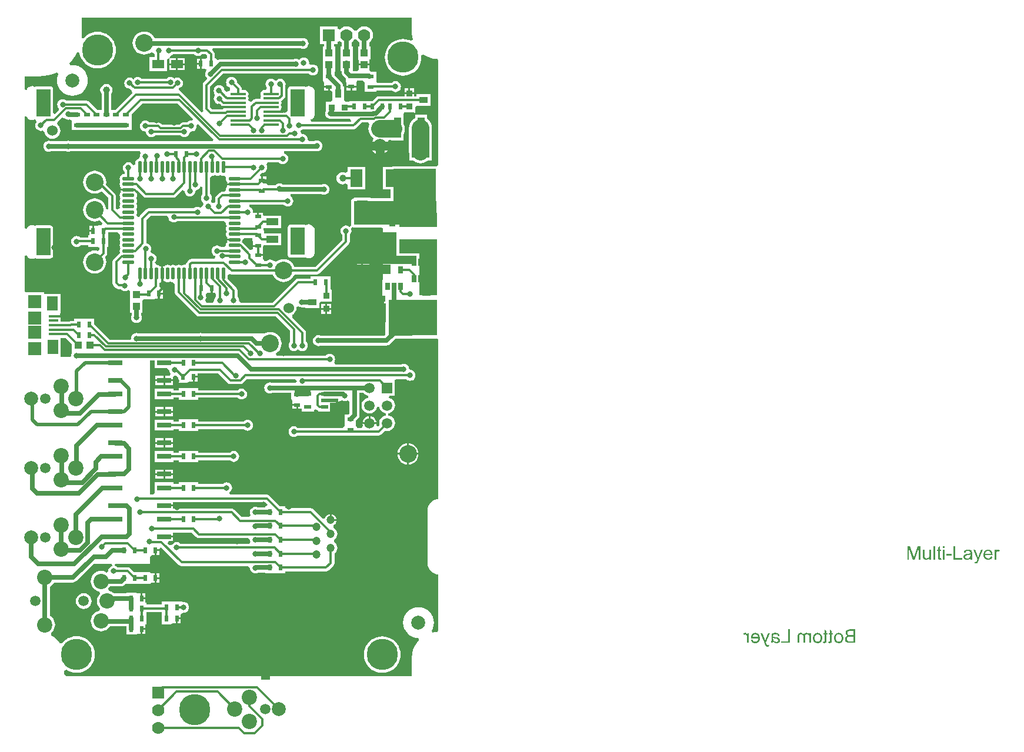
<source format=gbl>
%FSLAX25Y25*%
%MOIN*%
G70*
G01*
G75*
G04 Layer_Physical_Order=2*
G04 Layer_Color=16711680*
%ADD10R,0.05906X0.05118*%
%ADD11R,0.03000X0.13386*%
%ADD12C,0.01200*%
%ADD13C,0.02500*%
%ADD14C,0.05000*%
%ADD15C,0.17716*%
%ADD16C,0.08661*%
%ADD17C,0.05906*%
%ADD18C,0.10000*%
%ADD19C,0.07874*%
%ADD20C,0.07000*%
%ADD21R,0.07000X0.07000*%
%ADD22C,0.07874*%
%ADD23R,0.05906X0.05906*%
%ADD24R,0.07000X0.07000*%
%ADD25C,0.04724*%
%ADD26C,0.06000*%
%ADD27C,0.03150*%
%ADD28C,0.03937*%
%ADD29R,0.03937X0.11811*%
%ADD30R,0.02756X0.03937*%
%ADD31R,0.03600X0.03600*%
%ADD32R,0.05000X0.03600*%
%ADD33R,0.02362X0.03543*%
%ADD34R,0.03543X0.02362*%
%ADD35R,0.03937X0.04331*%
%ADD36R,0.09843X0.07087*%
%ADD37R,0.07087X0.09843*%
%ADD38R,0.06299X0.13780*%
%ADD39R,0.13780X0.06299*%
%ADD40R,0.03937X0.02362*%
%ADD41O,0.08858X0.01575*%
%ADD42R,0.06890X0.04921*%
%ADD43O,0.02165X0.06890*%
%ADD44O,0.06890X0.02165*%
%ADD45R,0.07087X0.03937*%
%ADD46R,0.04331X0.03937*%
%ADD47R,0.07874X0.03150*%
%ADD48R,0.03600X0.05000*%
%ADD49R,0.03600X0.03600*%
%ADD50R,0.02559X0.04331*%
%ADD51R,0.05315X0.01575*%
%ADD52R,0.06299X0.08268*%
%ADD53R,0.07480X0.07480*%
%ADD54R,0.21654X0.08465*%
%ADD55R,0.05000X0.02500*%
%ADD56R,0.10000X0.10512*%
%ADD57C,0.02000*%
%ADD58C,0.10000*%
%ADD59R,0.46850X0.13386*%
%ADD60R,0.24410X0.18504*%
%ADD61R,0.34646X0.04724*%
%ADD62R,0.25591X0.18110*%
%ADD63R,0.20079X0.05512*%
%ADD64R,0.10236X0.26378*%
%ADD65R,0.27559X0.20472*%
%ADD66R,0.27165X0.35433*%
%ADD67R,0.08661X0.04331*%
%ADD68R,0.09449X0.02362*%
%ADD69R,0.05118X0.07087*%
%ADD70R,0.03937X0.05118*%
%ADD71R,0.03937X0.03150*%
%ADD72R,0.07874X0.15748*%
G36*
X422275Y18424D02*
X422320Y18324D01*
X422342Y18246D01*
X422364Y18202D01*
Y18190D01*
X422431Y18001D01*
X422498Y17846D01*
X422542Y17713D01*
X422586Y17624D01*
X422609Y17557D01*
X422631Y17513D01*
X422653Y17491D01*
Y17479D01*
X422742Y17357D01*
X422842Y17268D01*
X422886Y17235D01*
X422920Y17213D01*
X422942Y17190D01*
X422953D01*
X423031Y17157D01*
X423109Y17124D01*
X423275Y17090D01*
X423342D01*
X423397Y17079D01*
X423453D01*
X423631Y17090D01*
X423808Y17124D01*
X423875Y17146D01*
X423931Y17157D01*
X423975Y17168D01*
X423986D01*
X423886Y16291D01*
X423764Y16246D01*
X423653Y16224D01*
X423553Y16202D01*
X423464Y16180D01*
X423386D01*
X423331Y16168D01*
X423286D01*
X423120Y16180D01*
X422975Y16202D01*
X422842Y16235D01*
X422731Y16280D01*
X422631Y16324D01*
X422564Y16357D01*
X422520Y16379D01*
X422509Y16391D01*
X422386Y16479D01*
X422286Y16590D01*
X422186Y16702D01*
X422098Y16813D01*
X422031Y16913D01*
X421975Y16991D01*
X421942Y17046D01*
X421931Y17068D01*
X421898Y17146D01*
X421853Y17224D01*
X421764Y17413D01*
X421675Y17624D01*
X421598Y17835D01*
X421520Y18024D01*
X421487Y18113D01*
X421453Y18190D01*
X421431Y18246D01*
X421409Y18290D01*
X421398Y18324D01*
Y18335D01*
X419276Y24001D01*
X420220D01*
X421420Y20746D01*
X421509Y20512D01*
X421575Y20290D01*
X421653Y20068D01*
X421709Y19879D01*
X421753Y19713D01*
X421775Y19646D01*
X421786Y19590D01*
X421798Y19546D01*
X421809Y19512D01*
X421820Y19490D01*
Y19479D01*
X421886Y19735D01*
X421953Y19968D01*
X422020Y20190D01*
X422086Y20379D01*
X422142Y20535D01*
X422164Y20601D01*
X422186Y20657D01*
X422198Y20712D01*
X422209Y20746D01*
X422220Y20757D01*
Y20768D01*
X423386Y24001D01*
X424386D01*
X422275Y18424D01*
D02*
G37*
G36*
X113309Y283467D02*
X113937Y283207D01*
X114611Y283118D01*
X115285Y283207D01*
X115328Y283224D01*
X116246Y282306D01*
X116229Y282263D01*
X116140Y281589D01*
X116229Y280915D01*
X116489Y280287D01*
X116903Y279747D01*
X117042Y279640D01*
X116783Y279252D01*
X116721Y278939D01*
X121107D01*
Y277939D01*
X116721D01*
X116783Y277627D01*
X117042Y277239D01*
X116903Y277132D01*
X116489Y276592D01*
X116229Y275964D01*
X116140Y275290D01*
X115142Y274281D01*
X114150D01*
X113330Y274118D01*
X112636Y273654D01*
X110733Y271752D01*
X110269Y271057D01*
X110106Y270238D01*
Y268295D01*
X109912Y268146D01*
X109718Y267894D01*
X109605Y267840D01*
X108534Y267796D01*
X108276Y267881D01*
X108160Y268033D01*
X107815Y269065D01*
X108125Y269813D01*
X108230Y270616D01*
X108125Y271419D01*
X107815Y272166D01*
X107322Y272809D01*
X107225Y272883D01*
Y282165D01*
X108312Y283118D01*
X108986Y283207D01*
X109614Y283467D01*
X109887Y283676D01*
X110159Y283467D01*
X110787Y283207D01*
X111461Y283118D01*
X112136Y283207D01*
X112764Y283467D01*
X113036Y283676D01*
X113309Y283467D01*
D02*
G37*
G36*
X139683Y96995D02*
X139224Y95886D01*
X138505D01*
Y95388D01*
X134013D01*
X133705Y95515D01*
X132902Y95621D01*
X132100Y95515D01*
X131352Y95205D01*
X130709Y94713D01*
X130217Y94070D01*
X129907Y93322D01*
X129801Y92520D01*
X129907Y91717D01*
X130217Y90969D01*
X129560Y89853D01*
X124986D01*
X120805Y94034D01*
X120111Y94498D01*
X119291Y94661D01*
X86084D01*
Y95892D01*
X81147D01*
Y96892D01*
X86084D01*
Y98253D01*
X138425D01*
X139683Y96995D01*
D02*
G37*
G36*
X97592Y315522D02*
X97525Y315298D01*
X96965Y314452D01*
X96457Y314519D01*
X95654Y314413D01*
X94906Y314103D01*
X94264Y313610D01*
X94224Y313559D01*
X91793D01*
X90974Y313396D01*
X90279Y312931D01*
X89621Y312274D01*
X79957D01*
X79299Y312931D01*
X78605Y313396D01*
X77785Y313559D01*
X72705D01*
X72665Y313610D01*
X72023Y314103D01*
X71275Y314413D01*
X70472Y314519D01*
X69670Y314413D01*
X68922Y314103D01*
X68279Y313610D01*
X67787Y312968D01*
X67477Y312220D01*
X67371Y311417D01*
X67477Y310615D01*
X67787Y309867D01*
X68279Y309224D01*
X68922Y308732D01*
X69670Y308422D01*
X70472Y308316D01*
X70746Y308106D01*
X70818Y307558D01*
X71128Y306810D01*
X71621Y306168D01*
X72263Y305675D01*
X73011Y305365D01*
X73814Y305259D01*
X74616Y305365D01*
X75364Y305675D01*
X75953Y306127D01*
X90335D01*
X90374Y306075D01*
X91017Y305582D01*
X91765Y305272D01*
X92567Y305166D01*
X93370Y305272D01*
X94118Y305582D01*
X94761Y306075D01*
X95253Y306717D01*
X95500Y307313D01*
X95563Y307465D01*
X95563Y307465D01*
X95574Y307549D01*
X96457Y308316D01*
X96457Y308316D01*
X96457Y308316D01*
X97259Y308422D01*
X97561Y308547D01*
X98007Y308732D01*
X98650Y309224D01*
X99142Y309867D01*
X99452Y310615D01*
X99558Y311417D01*
X99491Y311926D01*
X100337Y312486D01*
X100561Y312553D01*
X109221Y303893D01*
X108762Y302784D01*
X28110D01*
X27574Y303006D01*
X26772Y303112D01*
X25969Y303006D01*
X25433Y302784D01*
X17086D01*
X16551Y303006D01*
X15748Y303112D01*
X14945Y303006D01*
X14197Y302696D01*
X13555Y302203D01*
X13062Y301561D01*
X12752Y300813D01*
X12647Y300010D01*
X12752Y299208D01*
X13062Y298460D01*
X13555Y297817D01*
X14197Y297324D01*
X14945Y297015D01*
X15748Y296909D01*
X16551Y297015D01*
X17086Y297236D01*
X25433D01*
X25969Y297015D01*
X26772Y296909D01*
X27574Y297015D01*
X28110Y297236D01*
X67309D01*
X67901Y296037D01*
X67829Y295942D01*
X67519Y295195D01*
X67414Y294392D01*
X67436Y294219D01*
X67433Y294167D01*
X66693Y292964D01*
X66065Y292703D01*
X65525Y292289D01*
X65111Y291750D01*
X64851Y291122D01*
X64762Y290447D01*
Y289562D01*
X63562Y289323D01*
X63544Y289367D01*
X63051Y290009D01*
X62409Y290502D01*
X61661Y290812D01*
X60858Y290917D01*
X60055Y290812D01*
X59307Y290502D01*
X58665Y290009D01*
X58172Y289367D01*
X57863Y288619D01*
X57757Y287816D01*
X57863Y287014D01*
X58172Y286265D01*
X58665Y285623D01*
X58717Y285583D01*
Y284194D01*
X58509D01*
X57835Y284105D01*
X57206Y283845D01*
X56667Y283431D01*
X56253Y282892D01*
X55993Y282263D01*
X55904Y281589D01*
X55993Y280915D01*
X56253Y280287D01*
X56462Y280014D01*
X56253Y279742D01*
X55993Y279114D01*
X55904Y278439D01*
X55993Y277765D01*
X56253Y277137D01*
X56667Y276597D01*
X56806Y276490D01*
X56547Y276102D01*
X56485Y275790D01*
X60871D01*
Y274790D01*
X56485D01*
X56547Y274477D01*
X56806Y274089D01*
X56667Y273982D01*
X56253Y273443D01*
X55993Y272814D01*
X55904Y272140D01*
X55993Y271466D01*
X56253Y270838D01*
X56462Y270565D01*
X56253Y270293D01*
X55993Y269665D01*
X55904Y268991D01*
X55993Y268316D01*
X56253Y267688D01*
X56462Y267416D01*
X56253Y267144D01*
X55993Y266515D01*
X55904Y265841D01*
X55993Y265167D01*
X56008Y265129D01*
X55734Y264467D01*
X54380Y264139D01*
X53760Y264759D01*
Y271746D01*
X53597Y272566D01*
X53133Y273260D01*
X48151Y278243D01*
X48182Y278346D01*
X48308Y279621D01*
X48182Y280895D01*
X47811Y282120D01*
X47207Y283249D01*
X46395Y284239D01*
X45405Y285051D01*
X44276Y285655D01*
X43051Y286027D01*
X41776Y286152D01*
X40502Y286027D01*
X39277Y285655D01*
X38148Y285051D01*
X37158Y284239D01*
X36346Y283249D01*
X35742Y282120D01*
X35370Y280895D01*
X35245Y279621D01*
X35370Y278346D01*
X35742Y277121D01*
X36346Y275992D01*
X37158Y275002D01*
X38148Y274190D01*
X39277Y273586D01*
X40502Y273215D01*
X41776Y273089D01*
X43051Y273215D01*
X44276Y273586D01*
X45405Y274190D01*
X45813Y274524D01*
X49478Y270860D01*
Y264237D01*
X48278Y264178D01*
X48182Y265147D01*
X47811Y266372D01*
X47207Y267501D01*
X46395Y268491D01*
X45405Y269303D01*
X44276Y269907D01*
X43051Y270279D01*
X41776Y270404D01*
X40502Y270279D01*
X39277Y269907D01*
X38148Y269303D01*
X37158Y268491D01*
X36346Y267501D01*
X35742Y266372D01*
X35370Y265147D01*
X35245Y263873D01*
X35370Y262598D01*
X35742Y261373D01*
X36346Y260244D01*
X37158Y259254D01*
X38148Y258442D01*
X39277Y257838D01*
X40502Y257467D01*
X41776Y257341D01*
X43051Y257467D01*
X44276Y257838D01*
X44606Y258015D01*
X46179Y256442D01*
X45720Y255333D01*
X44017D01*
Y255211D01*
X42973Y254833D01*
X42817Y254833D01*
X41292D01*
Y252062D01*
X40792D01*
Y251561D01*
X38611D01*
Y249428D01*
X38111D01*
Y248297D01*
X33700D01*
X33116Y248746D01*
X32368Y249055D01*
X31565Y249161D01*
X30762Y249055D01*
X30014Y248746D01*
X29372Y248253D01*
X28879Y247610D01*
X28569Y246862D01*
X28464Y246060D01*
X28569Y245257D01*
X28879Y244509D01*
X29372Y243867D01*
X30014Y243374D01*
X30762Y243064D01*
X31565Y242958D01*
X32368Y243064D01*
X33116Y243374D01*
X33758Y243867D01*
X33872Y244015D01*
X38111D01*
Y242884D01*
X42817D01*
X43473Y242884D01*
X44383Y242648D01*
X44449Y241468D01*
X43357Y240658D01*
X43051Y240751D01*
X41776Y240876D01*
X40502Y240751D01*
X39277Y240379D01*
X38148Y239776D01*
X37158Y238963D01*
X36346Y237974D01*
X35742Y236844D01*
X35370Y235619D01*
X35245Y234345D01*
X35370Y233071D01*
X35742Y231845D01*
X36346Y230716D01*
X37158Y229727D01*
X38148Y228914D01*
X39277Y228311D01*
X40502Y227939D01*
X41776Y227814D01*
X43051Y227939D01*
X44276Y228311D01*
X45405Y228914D01*
X46395Y229727D01*
X47207Y230716D01*
X47811Y231845D01*
X48182Y233071D01*
X48308Y234345D01*
X48182Y235619D01*
X47811Y236844D01*
X47634Y237175D01*
X48212Y237752D01*
X48676Y238447D01*
X48839Y239266D01*
Y242884D01*
X49379D01*
Y248790D01*
Y251101D01*
X54905D01*
X55904Y250093D01*
X55993Y249419D01*
X56253Y248791D01*
X56462Y248518D01*
X56253Y248246D01*
X55993Y247618D01*
X55904Y246943D01*
X55993Y246269D01*
X56253Y245641D01*
X56462Y245369D01*
X56253Y245096D01*
X55993Y244468D01*
X55904Y243794D01*
X55993Y243120D01*
X56253Y242491D01*
X56462Y242219D01*
X56253Y241947D01*
X55993Y241318D01*
X55904Y240644D01*
X55993Y239970D01*
X56199Y239471D01*
X55507Y239009D01*
X52557Y236059D01*
X52093Y235364D01*
X51930Y234545D01*
Y222421D01*
X52093Y221602D01*
X52557Y220907D01*
X53867Y219597D01*
X54562Y219132D01*
X55381Y218969D01*
X56586D01*
X56749Y218756D01*
X57391Y218263D01*
X58139Y217954D01*
X58942Y217848D01*
X59745Y217954D01*
X60493Y218263D01*
X60730Y218445D01*
X61930Y217916D01*
Y212372D01*
Y205680D01*
X62625D01*
Y204187D01*
X62403Y203652D01*
X62297Y202849D01*
X62403Y202046D01*
X62713Y201298D01*
X63206Y200656D01*
X63848Y200163D01*
X64596Y199853D01*
X65399Y199748D01*
X66201Y199853D01*
X66949Y200163D01*
X67592Y200656D01*
X68084Y201298D01*
X68394Y202046D01*
X68500Y202849D01*
X68394Y203652D01*
X68172Y204187D01*
Y205680D01*
X68867D01*
Y212266D01*
X69607Y213160D01*
X74969D01*
Y213282D01*
X76013Y213660D01*
X76013Y213660D01*
Y213660D01*
X76013Y213660D01*
X77694D01*
Y216432D01*
X78194D01*
Y216932D01*
X80375D01*
Y219203D01*
X79362D01*
X78508Y220403D01*
X78535Y220537D01*
Y222517D01*
X78626Y222665D01*
X79466Y223228D01*
Y227849D01*
Y232235D01*
X79153Y232173D01*
X78765Y231914D01*
X78658Y232053D01*
X78118Y232467D01*
X77490Y232727D01*
X76816Y232816D01*
X76551Y233079D01*
X75909Y234099D01*
X76402Y234741D01*
X76711Y235489D01*
X76817Y236292D01*
X76711Y237095D01*
X76402Y237843D01*
X75909Y238485D01*
X75266Y238978D01*
X74519Y239288D01*
X74088Y239344D01*
X73642Y239945D01*
X73531Y240168D01*
X73436Y240567D01*
X73654Y241094D01*
X73760Y241897D01*
X73654Y242699D01*
X73344Y243447D01*
X72852Y244090D01*
X72209Y244583D01*
X71461Y244892D01*
X71039Y244948D01*
Y258168D01*
X73328Y260457D01*
X82383D01*
X82969Y260139D01*
X83559Y259494D01*
X83618Y259040D01*
X83928Y258292D01*
X84421Y257649D01*
X85063Y257157D01*
X85812Y256847D01*
X86614Y256741D01*
X87417Y256847D01*
X88165Y257157D01*
X88483Y257401D01*
X115142D01*
X116140Y256392D01*
X116229Y255718D01*
X116489Y255090D01*
X116698Y254817D01*
X116489Y254545D01*
X116229Y253917D01*
X116140Y253243D01*
X116229Y252568D01*
X116489Y251940D01*
X116698Y251668D01*
X116489Y251395D01*
X116229Y250767D01*
X116140Y250093D01*
X116229Y249419D01*
X116489Y248791D01*
X116903Y248251D01*
X117042Y248144D01*
X116783Y247756D01*
X116721Y247443D01*
X121107D01*
Y246443D01*
X116721D01*
X116783Y246131D01*
X117042Y245743D01*
X116903Y245636D01*
X116489Y245096D01*
X116229Y244468D01*
X116140Y243794D01*
X115142Y242785D01*
X113360D01*
X113281Y242888D01*
X112639Y243381D01*
X111891Y243690D01*
X111088Y243796D01*
X110286Y243690D01*
X109538Y243381D01*
X108895Y242888D01*
X108403Y242246D01*
X108093Y241498D01*
X107987Y240695D01*
X108093Y239892D01*
X108403Y239144D01*
X108895Y238502D01*
X109538Y238009D01*
X109989Y237822D01*
X110222Y237374D01*
X109784Y236467D01*
X109393Y236176D01*
X96747D01*
X95928Y236014D01*
X95233Y235549D01*
X94291Y234607D01*
X93827Y233913D01*
X93803Y233792D01*
X93397Y233026D01*
X92564Y232816D01*
X91890Y232727D01*
X91261Y232467D01*
X90989Y232258D01*
X90717Y232467D01*
X90088Y232727D01*
X89414Y232816D01*
X88740Y232727D01*
X88112Y232467D01*
X87840Y232258D01*
X87567Y232467D01*
X86939Y232727D01*
X86265Y232816D01*
X85590Y232727D01*
X84962Y232467D01*
X84690Y232258D01*
X84418Y232467D01*
X83789Y232727D01*
X83115Y232816D01*
X82441Y232727D01*
X81813Y232467D01*
X81273Y232053D01*
X81166Y231914D01*
X80778Y232173D01*
X80466Y232235D01*
Y227849D01*
Y223463D01*
X80778Y223525D01*
X81166Y223784D01*
X81273Y223645D01*
X81813Y223231D01*
X82441Y222971D01*
X83115Y222882D01*
X83789Y222971D01*
X84418Y223231D01*
X84690Y223440D01*
X84962Y223231D01*
X85590Y222971D01*
X86265Y222882D01*
X87273Y221883D01*
Y217198D01*
X87436Y216379D01*
X87900Y215684D01*
X99477Y204107D01*
X100172Y203643D01*
X100991Y203480D01*
X144604D01*
X152583Y195501D01*
Y189241D01*
X152531Y189201D01*
X152039Y188558D01*
X151729Y187811D01*
X151623Y187008D01*
X151729Y186205D01*
X152039Y185457D01*
X152531Y184815D01*
X153174Y184322D01*
X153922Y184012D01*
X154724Y183906D01*
X155527Y184012D01*
X156275Y184322D01*
X156895Y184798D01*
X157898Y184322D01*
X157898D01*
D01*
X157898D01*
Y184322D01*
X158646Y184012D01*
X158953Y183972D01*
X159449Y183906D01*
X160251Y184012D01*
X161000Y184322D01*
X161642Y184815D01*
X162135Y185457D01*
X162444Y186205D01*
X162550Y187008D01*
X162444Y187811D01*
X162135Y188558D01*
X161642Y189201D01*
X161590Y189241D01*
Y194209D01*
X161427Y195028D01*
X160963Y195723D01*
X153667Y203019D01*
X153937Y204429D01*
X153946Y204437D01*
X154877Y205151D01*
X155598Y206091D01*
X156052Y207185D01*
X156206Y208360D01*
X156156Y208746D01*
X156275Y208857D01*
X157291Y209316D01*
X157646Y209044D01*
X158394Y208734D01*
X159196Y208628D01*
X159701Y208695D01*
X160947D01*
Y208206D01*
X168947D01*
Y211095D01*
X169647Y212005D01*
X170147Y212005D01*
X176247D01*
Y218605D01*
X175904D01*
X175319Y219563D01*
Y226106D01*
X170613D01*
X169957Y226106D01*
X169685D01*
X169413D01*
X168757Y226106D01*
X164051D01*
Y224976D01*
X157039D01*
X156219Y224813D01*
X155525Y224349D01*
X142539Y211363D01*
X124489D01*
X123601Y212563D01*
X123618Y212691D01*
X123512Y213494D01*
X123203Y214242D01*
X122710Y214884D01*
X122658Y214924D01*
Y218241D01*
X122495Y219060D01*
X122031Y219755D01*
X117082Y224703D01*
X117127Y224813D01*
X117216Y225487D01*
Y226949D01*
X118416Y227591D01*
X118478Y227549D01*
X119297Y227386D01*
X142676D01*
X142785Y227028D01*
X143388Y225899D01*
X144201Y224909D01*
X145190Y224097D01*
X146319Y223493D01*
X147545Y223122D01*
X148819Y222996D01*
X150093Y223122D01*
X151318Y223493D01*
X152448Y224097D01*
X153437Y224909D01*
X154250Y225899D01*
X154853Y227028D01*
X154962Y227386D01*
X167717D01*
X168536Y227549D01*
X169230Y228013D01*
X185766Y244549D01*
X186230Y245244D01*
X186393Y246063D01*
Y249736D01*
X186445Y249776D01*
X186938Y250418D01*
X187248Y251166D01*
X187353Y251969D01*
X187248Y252771D01*
X187027Y253304D01*
X187486Y253875D01*
X187916Y254153D01*
X187997Y254099D01*
X188583Y253982D01*
X204100D01*
X205118Y253543D01*
Y224138D01*
X204898D01*
Y216807D01*
X203885Y216354D01*
X203134D01*
Y214083D01*
X205315D01*
Y213583D01*
X205815D01*
Y210811D01*
X206738D01*
Y200319D01*
X206571D01*
Y193171D01*
X205938Y192537D01*
X200803D01*
Y195169D01*
X192913D01*
Y195669D01*
X192413D01*
Y199819D01*
X185024D01*
Y199409D01*
X184465Y198441D01*
X183824Y198441D01*
X182193D01*
Y196260D01*
X181693D01*
Y195760D01*
X178921D01*
Y194235D01*
X178921Y194079D01*
X178543Y193035D01*
X178421D01*
Y192537D01*
X169842D01*
X169307Y192759D01*
X168504Y192865D01*
X167701Y192759D01*
X166953Y192450D01*
X166311Y191957D01*
X165818Y191314D01*
X165508Y190567D01*
X165403Y189764D01*
X165508Y188961D01*
X165818Y188213D01*
X166311Y187571D01*
X166953Y187078D01*
X167701Y186768D01*
X168504Y186662D01*
X169307Y186768D01*
X169842Y186990D01*
X207087D01*
X207804Y187085D01*
X208473Y187362D01*
X209048Y187803D01*
X212236Y190990D01*
X235827D01*
X236279Y190619D01*
Y99897D01*
X235615Y99831D01*
X234390Y99459D01*
X233261Y98856D01*
X232271Y98044D01*
X231459Y97054D01*
X230855Y95925D01*
X230484Y94699D01*
X230364Y93481D01*
X230353Y93425D01*
Y66929D01*
Y64055D01*
X230360Y64018D01*
X230489Y62704D01*
X230884Y61404D01*
X231524Y60207D01*
X232385Y59157D01*
X233435Y58296D01*
X234633Y57655D01*
X235932Y57261D01*
X236279Y57227D01*
Y25790D01*
X236241Y24606D01*
X233936Y24424D01*
X233450Y24307D01*
X233097Y24610D01*
X232682Y25357D01*
X233346Y26599D01*
X233843Y28239D01*
X234011Y29943D01*
X233843Y31648D01*
X233346Y33288D01*
X232539Y34799D01*
X231452Y36123D01*
X230128Y37210D01*
X228617Y38017D01*
X226977Y38515D01*
X225272Y38682D01*
X223568Y38515D01*
X221928Y38017D01*
X220417Y37210D01*
X219093Y36123D01*
X218006Y34799D01*
X217199Y33288D01*
X216702Y31648D01*
X216534Y29943D01*
X216702Y28239D01*
X217199Y26599D01*
X218006Y25088D01*
X219093Y23764D01*
X220417Y22677D01*
X221928Y21870D01*
X223568Y21373D01*
X225069Y21225D01*
X225372Y20848D01*
X225602Y20031D01*
X224321Y18532D01*
X223113Y16560D01*
X222228Y14424D01*
X221688Y12176D01*
X221507Y9871D01*
X221515D01*
Y28D01*
X221191Y-367D01*
X140946D01*
Y-2373D01*
X136219D01*
Y-367D01*
X25614Y-396D01*
X24589Y804D01*
Y2647D01*
X25789Y3179D01*
X26789Y2567D01*
X28296Y1943D01*
X29881Y1562D01*
X31506Y1434D01*
X33132Y1562D01*
X34717Y1943D01*
X36224Y2567D01*
X37614Y3418D01*
X38853Y4477D01*
X39912Y5717D01*
X40764Y7107D01*
X41388Y8614D01*
X41769Y10199D01*
X41897Y11824D01*
X41769Y13450D01*
X41388Y15035D01*
X40764Y16542D01*
X39912Y17932D01*
X38853Y19172D01*
X37614Y20230D01*
X36224Y21082D01*
X34717Y21706D01*
X33132Y22087D01*
X31506Y22215D01*
X29881Y22087D01*
X28296Y21706D01*
X26789Y21082D01*
X25399Y20230D01*
X24159Y19172D01*
X23367Y18244D01*
X22010Y18163D01*
X21784Y18532D01*
X20282Y20290D01*
X18524Y21791D01*
X17092Y22669D01*
X16968Y23118D01*
X17001Y23995D01*
X17039Y24081D01*
X17652Y24583D01*
X18381Y25471D01*
X18922Y26484D01*
X19255Y27583D01*
X19368Y28726D01*
X19255Y29869D01*
X18922Y30968D01*
X18381Y31981D01*
X17652Y32869D01*
X16764Y33598D01*
X16283Y33855D01*
Y50369D01*
X16764Y50626D01*
X17652Y51355D01*
X18381Y52243D01*
X18639Y52725D01*
X29554D01*
X30272Y52820D01*
X30941Y53097D01*
X31516Y53538D01*
X41364Y63386D01*
X51552D01*
X51908Y62186D01*
X51786Y62106D01*
X51786Y62106D01*
X51769Y62095D01*
X51572Y62014D01*
X51021Y61785D01*
X50378Y61292D01*
X49885Y60650D01*
X49576Y59902D01*
X49470Y59099D01*
X49472Y59085D01*
X49186Y58777D01*
X48357Y58363D01*
X47641Y58745D01*
X46542Y59079D01*
X45399Y59191D01*
X44256Y59079D01*
X43157Y58745D01*
X42144Y58204D01*
X41256Y57475D01*
X40527Y56587D01*
X39986Y55575D01*
X39652Y54475D01*
X39540Y53332D01*
X39652Y52189D01*
X39986Y51090D01*
X40527Y50077D01*
X41256Y49189D01*
X42144Y48461D01*
X43157Y47919D01*
X44256Y47586D01*
X44500Y47562D01*
X44877Y46319D01*
X44799Y46255D01*
X44071Y45367D01*
X43529Y44354D01*
X43196Y43255D01*
X43083Y42112D01*
X43196Y40969D01*
X43529Y39870D01*
X44071Y38857D01*
X44799Y37969D01*
X44877Y37905D01*
X44500Y36662D01*
X44256Y36638D01*
X43157Y36304D01*
X42144Y35763D01*
X41256Y35034D01*
X40527Y34146D01*
X39986Y33134D01*
X39652Y32034D01*
X39540Y30891D01*
X39652Y29748D01*
X39986Y28649D01*
X40527Y27636D01*
X41256Y26748D01*
X42144Y26020D01*
X43157Y25479D01*
X44256Y25145D01*
X45399Y25032D01*
X46542Y25145D01*
X47641Y25479D01*
X48654Y26020D01*
X49542Y26748D01*
X50270Y27636D01*
X50430Y27935D01*
X59628D01*
Y26378D01*
X59720Y25674D01*
Y23106D01*
X65083D01*
Y23228D01*
X66126Y23606D01*
X66283Y23606D01*
X67807D01*
Y26378D01*
X68307D01*
Y26878D01*
X70488D01*
Y28815D01*
X70988D01*
Y34721D01*
Y35851D01*
X79799D01*
Y35311D01*
Y29012D01*
X85161D01*
Y29133D01*
X85161Y29134D01*
X86205Y29512D01*
X86361Y29512D01*
X87886D01*
Y32283D01*
X88386D01*
Y32783D01*
X90567D01*
Y34111D01*
Y34318D01*
X90931Y35042D01*
X91307Y35350D01*
X92126Y35481D01*
X92929Y35587D01*
X93677Y35897D01*
X94319Y36390D01*
X94812Y37032D01*
X95122Y37780D01*
X95227Y38583D01*
X95122Y39385D01*
X94812Y40133D01*
X94319Y40776D01*
X93677Y41269D01*
X92929Y41578D01*
X92193Y41675D01*
X91067Y41854D01*
Y41854D01*
X91067Y41854D01*
X91067Y41854D01*
X86361D01*
X85705Y41854D01*
X85433D01*
X85161D01*
X84505Y41854D01*
X79799D01*
Y40133D01*
X70988D01*
Y41264D01*
X70488D01*
Y43201D01*
X68307D01*
Y43701D01*
X67807D01*
Y46472D01*
X66283D01*
X66126Y46472D01*
X65083Y46851D01*
Y46972D01*
X59720D01*
Y46474D01*
X52817D01*
X52197Y46983D01*
X51184Y47525D01*
X50085Y47858D01*
X49841Y47882D01*
X49463Y49125D01*
X49542Y49189D01*
X50270Y50077D01*
X50528Y50560D01*
X56631D01*
X57349Y50654D01*
X57741Y50817D01*
X58018Y50932D01*
X58593Y51372D01*
X59160Y51939D01*
X60533D01*
X61190Y51939D01*
X61190Y51939D01*
X61733D01*
Y51939D01*
X61733Y51939D01*
X67095D01*
Y51939D01*
X67639D01*
Y51939D01*
X73001D01*
Y52061D01*
X74044Y52439D01*
X74201Y52439D01*
X75725D01*
Y55211D01*
Y57983D01*
X74201D01*
X74044Y57983D01*
X73001Y58361D01*
Y58483D01*
X67639D01*
Y58483D01*
X67095D01*
Y58483D01*
X64171D01*
X62040Y60613D01*
X61345Y61077D01*
X60526Y61241D01*
X54804D01*
X54764Y61292D01*
X54122Y61785D01*
X53571Y62014D01*
X53374Y62095D01*
X53357Y62106D01*
X53357Y62106D01*
X53374Y62095D01*
X53449Y62064D01*
X53357Y62106D01*
X53234Y62186D01*
X53590Y63386D01*
X73228D01*
Y67325D01*
X74044Y68187D01*
X75725D01*
Y70959D01*
X76225D01*
Y71459D01*
X78406D01*
Y71987D01*
X79606Y72484D01*
X89514Y62576D01*
X90209Y62112D01*
X91028Y61949D01*
X128712D01*
X129801Y61024D01*
X129907Y60221D01*
X130217Y59473D01*
X130709Y58831D01*
X131352Y58338D01*
X132100Y58028D01*
X132902Y57922D01*
X133705Y58028D01*
X134453Y58338D01*
X134462Y58344D01*
X138505D01*
Y57846D01*
X143210D01*
X143867Y57846D01*
X143867Y57846D01*
X144410D01*
Y57846D01*
X144410Y57846D01*
X149773D01*
Y58977D01*
X172929D01*
X173749Y59140D01*
X174443Y59604D01*
X176997Y62158D01*
X177461Y62853D01*
X177624Y63672D01*
Y69121D01*
X178238Y69592D01*
X178857Y70399D01*
X179246Y71338D01*
X179379Y72347D01*
X179246Y73355D01*
X178857Y74294D01*
X178238Y75101D01*
X177576Y75608D01*
X177497Y76283D01*
X177576Y76959D01*
X178238Y77466D01*
X178857Y78273D01*
X179246Y79212D01*
X179379Y80221D01*
X179246Y81229D01*
X178857Y82168D01*
X178238Y82975D01*
X177431Y83594D01*
X176985Y83779D01*
Y85078D01*
X177179Y85158D01*
X177881Y85697D01*
X178420Y86399D01*
X178759Y87217D01*
X178808Y87594D01*
X175483D01*
Y88095D01*
X174983D01*
Y91420D01*
X174605Y91370D01*
X173787Y91031D01*
X173085Y90492D01*
X172546Y89790D01*
X172310Y89219D01*
X171526Y88905D01*
X170981Y88851D01*
X165704Y94128D01*
X165009Y94592D01*
X164190Y94755D01*
X149773D01*
Y95886D01*
X146848D01*
X140826Y101908D01*
X140131Y102372D01*
X139312Y102535D01*
X118438D01*
X118155Y103613D01*
X118167Y103735D01*
X118773Y104199D01*
X119265Y104841D01*
X119575Y105589D01*
X119681Y106392D01*
X119575Y107195D01*
X119265Y107943D01*
X118773Y108585D01*
X118130Y109078D01*
X117382Y109388D01*
X116580Y109494D01*
X115777Y109388D01*
X115029Y109078D01*
X114387Y108585D01*
X114347Y108533D01*
X100560D01*
Y109664D01*
X95854D01*
X95198Y109664D01*
X94926D01*
X94654D01*
X93998Y109664D01*
X89292D01*
Y108533D01*
X86584D01*
Y109467D01*
X75710D01*
Y103735D01*
X75710Y103317D01*
X74834Y102535D01*
X74834Y102535D01*
X73228D01*
Y178422D01*
X75710D01*
Y174183D01*
X82832D01*
X83918Y173240D01*
X84024Y172437D01*
X84334Y171689D01*
X84826Y171047D01*
X84844Y171033D01*
X84437Y169833D01*
X81647D01*
Y167758D01*
X86084D01*
Y169052D01*
X86851Y169943D01*
X88142Y170051D01*
X89248Y168944D01*
Y166020D01*
X94610D01*
Y166141D01*
X95653Y166520D01*
X95654Y166520D01*
Y166520D01*
X95654Y166520D01*
X97335D01*
Y169291D01*
X97835D01*
Y169791D01*
X100016D01*
Y171087D01*
X111849D01*
X117182Y165754D01*
X117877Y165289D01*
X118696Y165127D01*
X124354D01*
X125174Y165289D01*
X125868Y165754D01*
X128052Y167938D01*
X155292D01*
X156348Y166929D01*
X155381Y165766D01*
X142283D01*
X141748Y165988D01*
X140945Y166094D01*
X140142Y165988D01*
X139394Y165678D01*
X138752Y165185D01*
X138259Y164543D01*
X137949Y163795D01*
X137844Y162992D01*
X137949Y162189D01*
X138259Y161442D01*
X138752Y160799D01*
X139394Y160306D01*
X140142Y159996D01*
X140945Y159891D01*
X141748Y159996D01*
X142283Y160218D01*
X153224D01*
Y156571D01*
X153346D01*
X153724Y155528D01*
X153724Y155527D01*
X153724D01*
X153724Y155527D01*
Y153847D01*
X156496D01*
Y153347D01*
X156996D01*
Y151165D01*
X159130D01*
Y149484D01*
X166067D01*
Y150468D01*
X167267Y150965D01*
X167580Y150651D01*
X168275Y150187D01*
X168579Y150127D01*
Y149484D01*
X175516D01*
Y151165D01*
X177256D01*
Y153347D01*
X177756D01*
Y153847D01*
X180528D01*
Y155461D01*
X180627Y155560D01*
X181905Y155973D01*
X181959Y155957D01*
X182662Y155666D01*
X182968Y155625D01*
X183465Y155560D01*
X184267Y155666D01*
X185015Y155976D01*
X186203Y155374D01*
Y148590D01*
X185373Y147760D01*
X183343D01*
Y143054D01*
X183343Y142398D01*
Y142126D01*
Y141854D01*
Y141530D01*
X182540Y140330D01*
X156957D01*
X156917Y140382D01*
X156275Y140875D01*
X155527Y141185D01*
X154724Y141290D01*
X153922Y141185D01*
X153174Y140875D01*
X152531Y140382D01*
X152039Y139740D01*
X151729Y138992D01*
X151623Y138189D01*
X151729Y137386D01*
X152039Y136638D01*
X152531Y135996D01*
X153174Y135503D01*
X153922Y135193D01*
X154724Y135088D01*
X155527Y135193D01*
X156275Y135503D01*
X156917Y135996D01*
X156957Y136048D01*
X202677D01*
X203497Y136211D01*
X204191Y136675D01*
X206213Y138697D01*
X206318Y138654D01*
X207480Y138501D01*
X208643Y138654D01*
X209726Y139103D01*
X210656Y139816D01*
X211370Y140747D01*
X211818Y141830D01*
X211971Y142992D01*
X211818Y144155D01*
X211370Y145238D01*
X210656Y146168D01*
X209726Y146882D01*
X208643Y147330D01*
X208212Y147387D01*
Y148597D01*
X208643Y148654D01*
X209726Y149103D01*
X210656Y149816D01*
X211370Y150747D01*
X211818Y151830D01*
X211971Y152992D01*
X211818Y154155D01*
X211370Y155238D01*
X210656Y156168D01*
X209726Y156882D01*
X208643Y157330D01*
X208574Y157339D01*
X208652Y158539D01*
X211933D01*
Y167445D01*
X212929Y167938D01*
X218240D01*
X218280Y167886D01*
X218922Y167393D01*
X219670Y167083D01*
X220472Y166977D01*
X221275Y167083D01*
X222023Y167393D01*
X222665Y167886D01*
X223158Y168528D01*
X223468Y169276D01*
X223574Y170079D01*
X223468Y170881D01*
X223158Y171629D01*
X222665Y172272D01*
X222023Y172765D01*
X221275Y173074D01*
X220472Y173180D01*
X219938Y174320D01*
X219925Y174425D01*
X219615Y175173D01*
X219122Y175815D01*
X218480Y176308D01*
X217732Y176618D01*
X216929Y176723D01*
X216126Y176618D01*
X215591Y176396D01*
X178161D01*
X177569Y177596D01*
X177631Y177676D01*
X177941Y178424D01*
X178046Y179227D01*
X177941Y180029D01*
X177631Y180778D01*
X177138Y181420D01*
X176496Y181913D01*
X175748Y182222D01*
X174945Y182328D01*
X174142Y182222D01*
X173394Y181913D01*
X172752Y181420D01*
X172712Y181368D01*
X144759D01*
X144459Y182568D01*
X144815Y182758D01*
X145804Y183571D01*
X146617Y184560D01*
X147220Y185689D01*
X147592Y186915D01*
X147717Y188189D01*
X147592Y189463D01*
X147220Y190689D01*
X146617Y191818D01*
X145804Y192807D01*
X144815Y193620D01*
X143685Y194223D01*
X142460Y194595D01*
X141186Y194720D01*
X139912Y194595D01*
X138686Y194223D01*
X137916Y193812D01*
X103154D01*
X102619Y194034D01*
X101816Y194139D01*
X101013Y194034D01*
X100477Y193812D01*
X66737D01*
X66201Y194034D01*
X65399Y194139D01*
X64596Y194034D01*
X63848Y193724D01*
X63206Y193231D01*
X62713Y192588D01*
X62403Y191841D01*
X62297Y191038D01*
X61726Y190387D01*
X50377D01*
X41505Y199259D01*
Y202184D01*
X36143D01*
Y202184D01*
X35599D01*
Y202184D01*
X30237D01*
Y201053D01*
X28477D01*
X27657Y200890D01*
X27371Y200699D01*
X22497D01*
Y203404D01*
X21997D01*
Y205128D01*
X22398D01*
Y216396D01*
X13099D01*
X12949Y217184D01*
Y217184D01*
X2469D01*
X1952Y218169D01*
Y238009D01*
X3151Y238248D01*
X3291Y237910D01*
X3847Y237186D01*
X4572Y236630D01*
X5416Y236280D01*
X6321Y236161D01*
X7226Y236280D01*
X7944Y236578D01*
X8098Y236475D01*
X8683Y236358D01*
X16557D01*
X17142Y236475D01*
X17639Y236806D01*
X17970Y237302D01*
X18087Y237888D01*
Y253636D01*
X17970Y254221D01*
X17639Y254717D01*
X17142Y255049D01*
X16557Y255165D01*
X8683D01*
X8098Y255049D01*
X7944Y254946D01*
X7226Y255243D01*
X6321Y255363D01*
X5416Y255243D01*
X4572Y254894D01*
X3847Y254338D01*
X3291Y253613D01*
X3151Y253276D01*
X1952Y253515D01*
Y316749D01*
X3151Y316988D01*
X3291Y316650D01*
X3847Y315926D01*
X4572Y315370D01*
X5416Y315020D01*
X6321Y314901D01*
X7226Y315020D01*
X7747Y315236D01*
X8425Y314857D01*
X8700Y313531D01*
X8540Y313323D01*
X8231Y312576D01*
X8125Y311773D01*
X8231Y310970D01*
X8540Y310222D01*
X9033Y309580D01*
X9676Y309087D01*
X10424Y308777D01*
X11226Y308671D01*
X12029Y308777D01*
X12048Y308785D01*
X12061Y308785D01*
X13296Y308038D01*
X13354Y307598D01*
X13808Y306503D01*
X14529Y305563D01*
X15469Y304842D01*
X16564Y304389D01*
X17738Y304234D01*
X18913Y304389D01*
X20008Y304842D01*
X20948Y305563D01*
X21669Y306503D01*
X22123Y307598D01*
X22277Y308773D01*
X22123Y309947D01*
X21669Y311042D01*
X20948Y311982D01*
X20664Y312200D01*
X20557Y312874D01*
X20635Y313683D01*
X23059Y316107D01*
X24573Y315924D01*
X24579Y315917D01*
X25221Y315424D01*
X25969Y315115D01*
X26772Y315009D01*
X27574Y315115D01*
X27599Y315125D01*
X28618Y314555D01*
X28618Y313940D01*
Y309327D01*
X31186D01*
X31890Y309234D01*
X59449D01*
X60152Y309327D01*
X62721D01*
Y314032D01*
X62721Y314689D01*
Y314961D01*
Y315232D01*
X62721Y315889D01*
Y318157D01*
X68800Y324237D01*
X88877D01*
X97592Y315522D01*
D02*
G37*
G36*
X459538Y25379D02*
Y24001D01*
X460238D01*
Y23268D01*
X459538D01*
Y20046D01*
Y19890D01*
Y19757D01*
X459527Y19635D01*
X459516Y19512D01*
Y19412D01*
X459505Y19324D01*
X459483Y19179D01*
X459460Y19068D01*
X459449Y18990D01*
X459427Y18946D01*
Y18935D01*
X459383Y18835D01*
X459316Y18757D01*
X459249Y18679D01*
X459194Y18624D01*
X459127Y18568D01*
X459083Y18535D01*
X459049Y18513D01*
X459038Y18501D01*
X458916Y18446D01*
X458794Y18413D01*
X458661Y18379D01*
X458527Y18368D01*
X458416Y18357D01*
X458327Y18346D01*
X458238D01*
X457994Y18357D01*
X457872Y18368D01*
X457761Y18390D01*
X457661Y18402D01*
X457583Y18413D01*
X457539Y18424D01*
X457516D01*
X457639Y19257D01*
X457727Y19246D01*
X457816Y19235D01*
X457894D01*
X457949Y19224D01*
X458061D01*
X458205Y19235D01*
X458305Y19257D01*
X458361Y19279D01*
X458383Y19290D01*
X458461Y19346D01*
X458505Y19401D01*
X458538Y19446D01*
X458549Y19468D01*
X458561Y19524D01*
X458572Y19601D01*
X458583Y19779D01*
X458594Y19857D01*
Y19924D01*
Y19968D01*
Y19990D01*
Y23268D01*
X457639D01*
Y24001D01*
X458594D01*
Y25945D01*
X459538Y25379D01*
D02*
G37*
G36*
X445417Y24112D02*
X445606Y24079D01*
X445773Y24045D01*
X445917Y24001D01*
X446040Y23945D01*
X446129Y23912D01*
X446184Y23879D01*
X446206Y23868D01*
X446362Y23768D01*
X446495Y23656D01*
X446617Y23545D01*
X446717Y23434D01*
X446795Y23345D01*
X446862Y23268D01*
X446895Y23223D01*
X446906Y23201D01*
Y24001D01*
X447751D01*
Y18424D01*
X446806D01*
Y21312D01*
X446795Y21579D01*
X446784Y21812D01*
X446762Y22012D01*
X446728Y22179D01*
X446695Y22301D01*
X446673Y22390D01*
X446662Y22445D01*
X446651Y22468D01*
X446584Y22612D01*
X446506Y22734D01*
X446428Y22846D01*
X446351Y22934D01*
X446273Y23001D01*
X446217Y23045D01*
X446173Y23079D01*
X446162Y23090D01*
X446029Y23156D01*
X445906Y23212D01*
X445773Y23245D01*
X445662Y23279D01*
X445573Y23290D01*
X445495Y23301D01*
X445429D01*
X445240Y23290D01*
X445084Y23257D01*
X444951Y23201D01*
X444851Y23145D01*
X444773Y23079D01*
X444718Y23034D01*
X444684Y22990D01*
X444673Y22979D01*
X444595Y22846D01*
X444540Y22701D01*
X444495Y22546D01*
X444473Y22390D01*
X444451Y22257D01*
X444440Y22134D01*
Y22090D01*
Y22068D01*
Y22046D01*
Y22034D01*
Y18424D01*
X443495D01*
Y21657D01*
X443473Y21957D01*
X443429Y22212D01*
X443373Y22423D01*
X443295Y22601D01*
X443229Y22734D01*
X443162Y22823D01*
X443118Y22879D01*
X443107Y22901D01*
X442951Y23034D01*
X442784Y23134D01*
X442618Y23201D01*
X442462Y23257D01*
X442329Y23279D01*
X442218Y23290D01*
X442173Y23301D01*
X442118D01*
X441996Y23290D01*
X441896Y23279D01*
X441796Y23257D01*
X441718Y23223D01*
X441640Y23190D01*
X441596Y23168D01*
X441562Y23156D01*
X441551Y23145D01*
X441462Y23079D01*
X441396Y23012D01*
X441340Y22945D01*
X441296Y22879D01*
X441262Y22823D01*
X441240Y22779D01*
X441218Y22746D01*
Y22734D01*
X441185Y22634D01*
X441162Y22501D01*
X441151Y22368D01*
X441140Y22234D01*
X441129Y22112D01*
Y22012D01*
Y21946D01*
Y21935D01*
Y21923D01*
Y18424D01*
X440185D01*
Y22245D01*
Y22423D01*
X440207Y22579D01*
X440229Y22734D01*
X440251Y22868D01*
X440285Y23001D01*
X440329Y23112D01*
X440362Y23212D01*
X440407Y23312D01*
X440451Y23390D01*
X440485Y23468D01*
X440562Y23568D01*
X440607Y23634D01*
X440629Y23656D01*
X440807Y23812D01*
X441018Y23923D01*
X441229Y24012D01*
X441429Y24068D01*
X441618Y24101D01*
X441696Y24112D01*
X441773D01*
X441829Y24123D01*
X441907D01*
X442107Y24112D01*
X442284Y24079D01*
X442462Y24034D01*
X442629Y23968D01*
X442784Y23890D01*
X442929Y23812D01*
X443051Y23723D01*
X443173Y23634D01*
X443284Y23534D01*
X443373Y23445D01*
X443451Y23368D01*
X443518Y23290D01*
X443573Y23223D01*
X443607Y23179D01*
X443629Y23145D01*
X443640Y23134D01*
X443707Y23301D01*
X443795Y23445D01*
X443895Y23568D01*
X443984Y23668D01*
X444073Y23756D01*
X444140Y23812D01*
X444184Y23845D01*
X444206Y23856D01*
X444362Y23945D01*
X444529Y24012D01*
X444695Y24057D01*
X444862Y24090D01*
X444995Y24112D01*
X445118Y24123D01*
X445218D01*
X445417Y24112D01*
D02*
G37*
G36*
X108468Y216792D02*
X110149D01*
X110502Y215738D01*
Y214924D01*
X110450Y214884D01*
X109957Y214242D01*
X109647Y213494D01*
X109541Y212691D01*
X109558Y212563D01*
X108671Y211363D01*
X105010D01*
X104430Y212563D01*
X104572Y212748D01*
X104882Y213495D01*
X104988Y214298D01*
X104882Y215101D01*
X104865Y215142D01*
X104744Y216292D01*
X104785Y216312D01*
X105787Y216792D01*
X105787D01*
X105787Y216792D01*
X105787Y216792D01*
X107468D01*
Y219563D01*
X108468D01*
Y216792D01*
D02*
G37*
G36*
X131084Y246773D02*
X131206D01*
X131584Y245729D01*
X131584Y245729D01*
X131584D01*
X131584Y245729D01*
Y244048D01*
X134356D01*
Y243048D01*
X131584D01*
Y241772D01*
X131352Y241463D01*
X129782Y241356D01*
X125830Y245308D01*
X125174Y245746D01*
X125431Y246131D01*
X125593Y246943D01*
X126616Y247952D01*
X131084D01*
Y246773D01*
D02*
G37*
G36*
X102943Y276896D02*
Y272814D01*
X102936Y272809D01*
X102443Y272166D01*
X102133Y271419D01*
X102028Y270616D01*
X102133Y269813D01*
X102443Y269065D01*
X102936Y268423D01*
X103281Y267391D01*
X102971Y266643D01*
X102866Y265840D01*
X102873Y265782D01*
X101748Y265132D01*
X101551Y265284D01*
X100803Y265594D01*
X100000Y265700D01*
X99197Y265594D01*
X98449Y265284D01*
X97861Y264832D01*
X82770D01*
X82303Y264740D01*
X72441D01*
X71622Y264577D01*
X70927Y264112D01*
X67384Y260569D01*
X66991Y259981D01*
X66583Y259950D01*
X65787Y260129D01*
X65749Y260216D01*
X65749Y260216D01*
X65489Y260844D01*
X65468Y260871D01*
X65333Y261186D01*
X65489Y261389D01*
X65749Y262017D01*
X65838Y262691D01*
X65749Y263366D01*
X65489Y263994D01*
X65280Y264266D01*
X65489Y264539D01*
X65749Y265167D01*
X65838Y265841D01*
X65749Y266515D01*
X65489Y267144D01*
X65280Y267416D01*
X65489Y267688D01*
X65749Y268316D01*
X65838Y268991D01*
X65749Y269665D01*
X65489Y270293D01*
X65280Y270565D01*
X65489Y270838D01*
X65749Y271466D01*
X65838Y272140D01*
X65749Y272814D01*
X65642Y273073D01*
X65739Y273373D01*
X67055Y273690D01*
X67161Y273649D01*
X69297Y271513D01*
X69991Y271049D01*
X70811Y270886D01*
X86364D01*
X87183Y271049D01*
X87878Y271513D01*
X91451Y275086D01*
X92370Y274723D01*
X92613Y274550D01*
X92708Y273829D01*
X93017Y273081D01*
X93510Y272439D01*
X94152Y271946D01*
X94901Y271636D01*
X95703Y271530D01*
X96506Y271636D01*
X97254Y271946D01*
X97896Y272439D01*
X98389Y273081D01*
X98699Y273829D01*
X98804Y274632D01*
X99675Y275244D01*
X100423Y275554D01*
X101065Y276047D01*
X101558Y276689D01*
X101743Y277135D01*
X102943Y276896D01*
D02*
G37*
G36*
X427730Y24112D02*
X427964Y24090D01*
X428186Y24057D01*
X428364Y24023D01*
X428519Y23990D01*
X428630Y23956D01*
X428675Y23945D01*
X428708Y23934D01*
X428719Y23923D01*
X428730D01*
X428919Y23845D01*
X429086Y23745D01*
X429230Y23656D01*
X429352Y23568D01*
X429441Y23479D01*
X429508Y23412D01*
X429552Y23368D01*
X429564Y23357D01*
X429664Y23212D01*
X429752Y23057D01*
X429819Y22901D01*
X429875Y22757D01*
X429919Y22612D01*
X429952Y22512D01*
X429963Y22468D01*
Y22434D01*
X429975Y22423D01*
Y22412D01*
X429052Y22290D01*
X428986Y22490D01*
X428919Y22668D01*
X428841Y22812D01*
X428775Y22923D01*
X428708Y23012D01*
X428652Y23068D01*
X428608Y23101D01*
X428597Y23112D01*
X428464Y23190D01*
X428308Y23245D01*
X428141Y23290D01*
X427986Y23312D01*
X427830Y23334D01*
X427719Y23345D01*
X427608D01*
X427353Y23334D01*
X427130Y23301D01*
X426953Y23245D01*
X426797Y23190D01*
X426686Y23123D01*
X426597Y23079D01*
X426542Y23034D01*
X426531Y23023D01*
X426442Y22923D01*
X426375Y22801D01*
X426319Y22668D01*
X426286Y22534D01*
X426264Y22412D01*
X426253Y22301D01*
Y22234D01*
Y22223D01*
Y22212D01*
Y22190D01*
Y22145D01*
Y22068D01*
X426264Y22001D01*
Y21979D01*
Y21968D01*
X426375Y21935D01*
X426497Y21901D01*
X426753Y21835D01*
X427041Y21779D01*
X427308Y21723D01*
X427442Y21701D01*
X427564Y21690D01*
X427675Y21668D01*
X427764Y21657D01*
X427841Y21646D01*
X427897D01*
X427941Y21634D01*
X427952D01*
X428153Y21612D01*
X428319Y21579D01*
X428464Y21557D01*
X428575Y21534D01*
X428664Y21523D01*
X428730Y21501D01*
X428775Y21490D01*
X428786D01*
X428930Y21446D01*
X429052Y21401D01*
X429175Y21346D01*
X429275Y21301D01*
X429363Y21257D01*
X429419Y21212D01*
X429463Y21190D01*
X429475Y21179D01*
X429586Y21101D01*
X429675Y21012D01*
X429764Y20923D01*
X429830Y20835D01*
X429886Y20757D01*
X429930Y20690D01*
X429952Y20646D01*
X429963Y20635D01*
X430019Y20512D01*
X430063Y20379D01*
X430097Y20257D01*
X430119Y20135D01*
X430130Y20035D01*
X430141Y19957D01*
Y19912D01*
Y19890D01*
X430130Y19757D01*
X430119Y19646D01*
X430063Y19412D01*
X429986Y19224D01*
X429897Y19057D01*
X429808Y18924D01*
X429730Y18824D01*
X429675Y18768D01*
X429652Y18746D01*
X429452Y18601D01*
X429230Y18490D01*
X428986Y18413D01*
X428764Y18357D01*
X428564Y18324D01*
X428475Y18313D01*
X428397D01*
X428330Y18302D01*
X428241D01*
X428041Y18313D01*
X427841Y18335D01*
X427664Y18357D01*
X427508Y18390D01*
X427386Y18424D01*
X427286Y18457D01*
X427219Y18468D01*
X427197Y18479D01*
X427008Y18557D01*
X426830Y18657D01*
X426664Y18768D01*
X426497Y18868D01*
X426364Y18968D01*
X426264Y19046D01*
X426197Y19101D01*
X426186Y19124D01*
X426175D01*
X426153Y18979D01*
X426130Y18846D01*
X426108Y18724D01*
X426075Y18624D01*
X426042Y18535D01*
X426019Y18479D01*
X426008Y18435D01*
X425997Y18424D01*
X425008D01*
X425064Y18546D01*
X425119Y18668D01*
X425164Y18779D01*
X425186Y18879D01*
X425219Y18968D01*
X425231Y19035D01*
X425242Y19079D01*
Y19090D01*
X425253Y19168D01*
X425264Y19268D01*
Y19379D01*
X425275Y19501D01*
X425286Y19779D01*
Y20057D01*
X425297Y20324D01*
Y20446D01*
Y20546D01*
Y20635D01*
Y20701D01*
Y20746D01*
Y20757D01*
Y22023D01*
Y22234D01*
X425308Y22423D01*
X425319Y22568D01*
Y22690D01*
X425331Y22779D01*
X425342Y22846D01*
X425353Y22879D01*
Y22890D01*
X425386Y23034D01*
X425431Y23156D01*
X425475Y23257D01*
X425531Y23357D01*
X425575Y23423D01*
X425608Y23479D01*
X425631Y23512D01*
X425642Y23523D01*
X425731Y23612D01*
X425831Y23701D01*
X425942Y23768D01*
X426053Y23834D01*
X426153Y23879D01*
X426230Y23912D01*
X426286Y23934D01*
X426308Y23945D01*
X426486Y24001D01*
X426675Y24045D01*
X426864Y24079D01*
X427053Y24101D01*
X427219Y24112D01*
X427342Y24123D01*
X427464D01*
X427730Y24112D01*
D02*
G37*
G36*
X456550Y25379D02*
Y24001D01*
X457250D01*
Y23268D01*
X456550D01*
Y20046D01*
Y19890D01*
Y19757D01*
X456539Y19635D01*
X456528Y19512D01*
Y19412D01*
X456516Y19324D01*
X456494Y19179D01*
X456472Y19068D01*
X456461Y18990D01*
X456439Y18946D01*
Y18935D01*
X456394Y18835D01*
X456327Y18757D01*
X456261Y18679D01*
X456205Y18624D01*
X456139Y18568D01*
X456094Y18535D01*
X456061Y18513D01*
X456050Y18501D01*
X455928Y18446D01*
X455805Y18413D01*
X455672Y18379D01*
X455539Y18368D01*
X455428Y18357D01*
X455339Y18346D01*
X455250D01*
X455005Y18357D01*
X454883Y18368D01*
X454772Y18390D01*
X454672Y18402D01*
X454594Y18413D01*
X454550Y18424D01*
X454528D01*
X454650Y19257D01*
X454739Y19246D01*
X454828Y19235D01*
X454905D01*
X454961Y19224D01*
X455072D01*
X455217Y19235D01*
X455316Y19257D01*
X455372Y19279D01*
X455394Y19290D01*
X455472Y19346D01*
X455516Y19401D01*
X455550Y19446D01*
X455561Y19468D01*
X455572Y19524D01*
X455583Y19601D01*
X455594Y19779D01*
X455605Y19857D01*
Y19924D01*
Y19968D01*
Y19990D01*
Y23268D01*
X454650D01*
Y24001D01*
X455605D01*
Y25945D01*
X456550Y25379D01*
D02*
G37*
G36*
X410565Y24112D02*
X410676Y24090D01*
X410788Y24057D01*
X410877Y24023D01*
X410943Y23990D01*
X411010Y23956D01*
X411043Y23934D01*
X411054Y23923D01*
X411154Y23834D01*
X411254Y23723D01*
X411354Y23590D01*
X411443Y23468D01*
X411532Y23345D01*
X411587Y23245D01*
X411632Y23168D01*
X411643Y23156D01*
Y24001D01*
X412499D01*
Y18424D01*
X411554D01*
Y21335D01*
X411543Y21557D01*
X411532Y21757D01*
X411510Y21946D01*
X411476Y22112D01*
X411443Y22245D01*
X411421Y22345D01*
X411410Y22412D01*
X411399Y22434D01*
X411354Y22557D01*
X411299Y22657D01*
X411243Y22746D01*
X411188Y22823D01*
X411132Y22879D01*
X411099Y22923D01*
X411065Y22945D01*
X411054Y22957D01*
X410965Y23023D01*
X410865Y23068D01*
X410765Y23101D01*
X410688Y23123D01*
X410610Y23134D01*
X410554Y23145D01*
X410499D01*
X410377Y23134D01*
X410254Y23112D01*
X410132Y23079D01*
X410032Y23045D01*
X409943Y23012D01*
X409877Y22979D01*
X409832Y22957D01*
X409821Y22945D01*
X409477Y23812D01*
X409665Y23912D01*
X409843Y23990D01*
X409999Y24045D01*
X410143Y24090D01*
X410265Y24112D01*
X410365Y24123D01*
X410443D01*
X410565Y24112D01*
D02*
G37*
G36*
X435718Y18424D02*
X430908D01*
Y19335D01*
X434696D01*
Y26112D01*
X435718D01*
Y18424D01*
D02*
G37*
G36*
X463604Y24112D02*
X463782Y24101D01*
X464127Y24023D01*
X464427Y23923D01*
X464560Y23868D01*
X464682Y23812D01*
X464793Y23756D01*
X464882Y23701D01*
X464971Y23645D01*
X465038Y23601D01*
X465093Y23557D01*
X465138Y23523D01*
X465160Y23512D01*
X465171Y23501D01*
X465327Y23357D01*
X465449Y23190D01*
X465571Y23012D01*
X465660Y22834D01*
X465749Y22646D01*
X465815Y22445D01*
X465871Y22257D01*
X465915Y22079D01*
X465960Y21901D01*
X465982Y21746D01*
X466004Y21590D01*
X466015Y21468D01*
Y21357D01*
X466026Y21279D01*
Y21235D01*
Y21212D01*
X466015Y20957D01*
X465993Y20712D01*
X465960Y20490D01*
X465915Y20279D01*
X465860Y20090D01*
X465804Y19912D01*
X465738Y19746D01*
X465671Y19601D01*
X465604Y19468D01*
X465538Y19357D01*
X465482Y19268D01*
X465427Y19190D01*
X465382Y19124D01*
X465349Y19079D01*
X465327Y19057D01*
X465315Y19046D01*
X465171Y18913D01*
X465027Y18801D01*
X464871Y18701D01*
X464715Y18613D01*
X464560Y18546D01*
X464393Y18479D01*
X464093Y18390D01*
X463960Y18368D01*
X463827Y18346D01*
X463716Y18324D01*
X463616Y18313D01*
X463527Y18302D01*
X463416D01*
X463149Y18313D01*
X462905Y18357D01*
X462671Y18413D01*
X462482Y18468D01*
X462316Y18535D01*
X462249Y18557D01*
X462194Y18579D01*
X462138Y18601D01*
X462105Y18624D01*
X462094Y18635D01*
X462082D01*
X461860Y18779D01*
X461671Y18935D01*
X461505Y19090D01*
X461371Y19246D01*
X461271Y19379D01*
X461194Y19490D01*
X461171Y19535D01*
X461149Y19568D01*
X461138Y19579D01*
Y19590D01*
X461027Y19846D01*
X460949Y20123D01*
X460883Y20401D01*
X460849Y20679D01*
X460827Y20801D01*
Y20912D01*
X460816Y21023D01*
X460805Y21112D01*
Y21190D01*
Y21246D01*
Y21279D01*
Y21290D01*
X460816Y21534D01*
X460838Y21757D01*
X460872Y21968D01*
X460916Y22168D01*
X460971Y22357D01*
X461038Y22523D01*
X461105Y22690D01*
X461171Y22823D01*
X461238Y22945D01*
X461305Y23057D01*
X461371Y23156D01*
X461427Y23234D01*
X461471Y23290D01*
X461505Y23334D01*
X461527Y23357D01*
X461538Y23368D01*
X461683Y23501D01*
X461827Y23612D01*
X461982Y23723D01*
X462138Y23801D01*
X462293Y23879D01*
X462449Y23934D01*
X462749Y24034D01*
X462893Y24057D01*
X463016Y24079D01*
X463127Y24101D01*
X463227Y24112D01*
X463305Y24123D01*
X463416D01*
X463604Y24112D01*
D02*
G37*
G36*
X221515Y364202D02*
X221507D01*
X221688Y361897D01*
X221995Y360621D01*
X221720Y360262D01*
X220961Y359788D01*
X219755Y360287D01*
X218169Y360668D01*
X216544Y360796D01*
X214918Y360668D01*
X213333Y360287D01*
X211827Y359663D01*
X210436Y358811D01*
X209197Y357752D01*
X208138Y356513D01*
X207286Y355122D01*
X206662Y353616D01*
X206281Y352031D01*
X206153Y350405D01*
X206281Y348780D01*
X206662Y347195D01*
X207286Y345688D01*
X208138Y344298D01*
X209197Y343058D01*
X210436Y341999D01*
X211827Y341147D01*
X213333Y340524D01*
X214918Y340143D01*
X216544Y340015D01*
X218169Y340143D01*
X219755Y340524D01*
X221261Y341147D01*
X222651Y341999D01*
X223891Y343058D01*
X224950Y344298D01*
X225801Y345688D01*
X226426Y347195D01*
X226806Y348780D01*
X226934Y350405D01*
X226860Y351350D01*
X226918Y351426D01*
X228011Y352018D01*
X229552Y351074D01*
X231688Y350189D01*
X233936Y349649D01*
X236241Y349468D01*
X236279Y348283D01*
Y289580D01*
X235433Y288537D01*
X211024D01*
X210438Y288421D01*
X210274Y288311D01*
X205193D01*
Y275468D01*
X209494D01*
Y270427D01*
X197957D01*
Y270988D01*
X188657D01*
Y270427D01*
X188583D01*
X187997Y270311D01*
X187501Y269979D01*
X187170Y269483D01*
X187053Y268898D01*
Y255512D01*
X187125Y255152D01*
X186544Y254599D01*
X186146Y254391D01*
X185803Y254654D01*
X185055Y254964D01*
X184252Y255070D01*
X183449Y254964D01*
X182701Y254654D01*
X182059Y254162D01*
X181566Y253519D01*
X181256Y252771D01*
X181151Y251969D01*
X181256Y251166D01*
X181566Y250418D01*
X182059Y249776D01*
X182111Y249736D01*
Y246950D01*
X166830Y231669D01*
X154962D01*
X154853Y232027D01*
X154250Y233156D01*
X153437Y234146D01*
X152448Y234958D01*
X151318Y235562D01*
X150093Y235933D01*
X148819Y236059D01*
X147545Y235933D01*
X146319Y235562D01*
X145190Y234958D01*
X144926Y234741D01*
X144869Y234714D01*
X143379Y234870D01*
X142737Y235363D01*
X141989Y235673D01*
X141186Y235778D01*
X140383Y235673D01*
X139635Y235363D01*
X138993Y234870D01*
X138953Y234818D01*
X137765D01*
Y235161D01*
X137643D01*
X137265Y236205D01*
X137265Y236205D01*
X137265D01*
X137265Y236205D01*
Y237886D01*
X134493D01*
Y238886D01*
X137265D01*
Y240224D01*
X137265Y240567D01*
X137265D01*
X137265Y240567D01*
X137265D01*
X137127Y241367D01*
Y241367D01*
X137127D01*
X137127Y241367D01*
Y242720D01*
X137476Y243776D01*
X147563D01*
Y250713D01*
X137627D01*
Y252135D01*
X137584D01*
Y253618D01*
X147563D01*
Y260555D01*
X137476D01*
X137084Y261593D01*
Y262303D01*
X134812D01*
Y260122D01*
X133812D01*
Y262303D01*
X131927D01*
X131596Y262680D01*
X131491Y263482D01*
X131181Y264230D01*
X130688Y264873D01*
X130045Y265365D01*
X129297Y265675D01*
X129481Y266849D01*
X148877D01*
X148988Y266705D01*
X149630Y266212D01*
X150378Y265902D01*
X151181Y265796D01*
X151984Y265902D01*
X152732Y266212D01*
X153374Y266705D01*
X153867Y267347D01*
X154177Y268095D01*
X154282Y268898D01*
X154177Y269700D01*
X153867Y270448D01*
X153374Y271091D01*
X152732Y271584D01*
X152651Y271617D01*
X152890Y272817D01*
X170379D01*
X170915Y272595D01*
X171718Y272489D01*
X172520Y272595D01*
X173268Y272905D01*
X173910Y273398D01*
X174403Y274040D01*
X174713Y274788D01*
X174819Y275590D01*
X174713Y276393D01*
X174403Y277141D01*
X173910Y277783D01*
X173268Y278276D01*
X172520Y278586D01*
X171718Y278692D01*
X170915Y278586D01*
X170379Y278364D01*
X148149D01*
X148034Y278452D01*
X147286Y278762D01*
X146484Y278868D01*
X145681Y278762D01*
X144933Y278452D01*
X144291Y277959D01*
X144187Y277825D01*
X140185D01*
X139233Y278424D01*
Y280105D01*
X136461D01*
Y280605D01*
X135961D01*
Y282786D01*
X135890D01*
X135430Y283894D01*
X136431Y284895D01*
X136496Y284887D01*
X137299Y284993D01*
X138047Y285302D01*
X138689Y285795D01*
X139182Y286438D01*
X139492Y287186D01*
X139597Y287988D01*
X139492Y288791D01*
X139182Y289539D01*
X139136Y289599D01*
X139728Y290799D01*
X146220D01*
X146826Y290333D01*
X147574Y290023D01*
X148377Y289918D01*
X149180Y290023D01*
X149928Y290333D01*
X150570Y290826D01*
X151063Y291468D01*
X151373Y292216D01*
X151478Y293019D01*
X151373Y293822D01*
X151063Y294570D01*
X150570Y295212D01*
X149928Y295705D01*
X149180Y296015D01*
X149013Y296037D01*
X149092Y297236D01*
X167076D01*
X167730Y297150D01*
X168533Y297256D01*
X169281Y297566D01*
X169923Y298059D01*
X170416Y298701D01*
X170726Y299449D01*
X170832Y300252D01*
X170726Y301054D01*
X170416Y301802D01*
X169923Y302445D01*
X169281Y302938D01*
X168533Y303247D01*
X167730Y303353D01*
X166928Y303247D01*
X166180Y302938D01*
X165980Y302784D01*
X163596D01*
X162561Y303829D01*
X162455Y304631D01*
X162145Y305379D01*
X161653Y306022D01*
X161010Y306515D01*
X160262Y306824D01*
X159459Y306930D01*
X159408Y306923D01*
X159043Y306974D01*
X158315Y308127D01*
X158518Y308912D01*
X159031Y309125D01*
X159673Y309618D01*
X159713Y309670D01*
X188583D01*
X189402Y309833D01*
X190097Y310297D01*
X193263Y313463D01*
X196756D01*
X197310Y312263D01*
X197001Y311241D01*
X196875Y309967D01*
X197001Y308693D01*
X197372Y307468D01*
X197976Y306338D01*
X198788Y305349D01*
X199438Y304815D01*
X199715Y304092D01*
X199598Y303272D01*
X199094Y302614D01*
X198597Y301413D01*
X198493Y300624D01*
X208320D01*
X208216Y301413D01*
X207876Y302236D01*
X208466Y303435D01*
X209760D01*
X209917Y303420D01*
Y303224D01*
X216854D01*
Y306962D01*
X217058Y307343D01*
X217430Y308568D01*
X217555Y309842D01*
X217430Y311117D01*
X217058Y312342D01*
X216854Y312723D01*
Y317972D01*
X216854Y318035D01*
X217083Y319141D01*
X222179D01*
X222179D01*
X222179D01*
X222218D01*
X222634Y319141D01*
X223164Y318707D01*
X223283Y318133D01*
X223303Y318036D01*
X223303Y318036D01*
Y318036D01*
Y318036D01*
X223303Y318035D01*
D01*
Y318035D01*
Y318035D01*
X223303Y318035D01*
X223303Y318035D01*
Y318035D01*
D01*
Y318035D01*
Y318028D01*
X223303Y317977D01*
Y317962D01*
Y317962D01*
Y317961D01*
X223303Y317948D01*
Y317941D01*
X223303Y317941D01*
Y317941D01*
Y317899D01*
X223303Y317559D01*
Y316965D01*
Y316965D01*
X223303Y316965D01*
X223303Y316965D01*
X223303Y316960D01*
Y315963D01*
X222749Y315667D01*
X221760Y314855D01*
X220947Y313865D01*
X220344Y312736D01*
X219972Y311510D01*
X219847Y310236D01*
Y296850D01*
X219957Y295731D01*
Y291807D01*
X222277D01*
X222749Y291420D01*
X223879Y290816D01*
X225104Y290444D01*
X226378Y290319D01*
X227652Y290444D01*
X228877Y290816D01*
X230007Y291420D01*
X230479Y291807D01*
X232799D01*
Y295731D01*
X232909Y296850D01*
Y310236D01*
X232784Y311510D01*
X232412Y312736D01*
X231809Y313865D01*
X230996Y314855D01*
X230240Y315475D01*
Y318035D01*
X224503D01*
X224503D01*
X224503D01*
X224464D01*
X224383Y318035D01*
X224048Y318036D01*
X223517Y318469D01*
X223399Y319043D01*
X223379Y319141D01*
D01*
Y319141D01*
Y319141D01*
X223379Y319142D01*
X223379Y319142D01*
Y319142D01*
D01*
Y319142D01*
Y319148D01*
X223379Y319199D01*
Y319214D01*
Y319214D01*
Y319216D01*
X223379Y319229D01*
Y319235D01*
X223379Y319235D01*
Y319235D01*
Y319277D01*
X223379Y319617D01*
X223379Y320212D01*
X223379Y320212D01*
X223379Y320215D01*
Y322031D01*
X224079Y322941D01*
X232079D01*
Y329541D01*
X224079D01*
Y328382D01*
X222879D01*
Y329441D01*
X217279D01*
Y328382D01*
X202816D01*
X201996Y328219D01*
X201302Y327755D01*
X199259Y325713D01*
X192004D01*
Y325713D01*
X191461D01*
Y325713D01*
X186098D01*
Y325167D01*
X183997D01*
X183087Y325867D01*
X183087Y326367D01*
Y333867D01*
X182560D01*
Y334284D01*
X182466Y335002D01*
X182189Y335671D01*
X181748Y336245D01*
X177788Y340205D01*
Y341035D01*
X177788Y342235D01*
X177793Y342245D01*
X177794Y342247D01*
X177794Y342247D01*
X177984Y342619D01*
X177984Y342619D01*
X177984D01*
X177984Y343354D01*
Y349312D01*
Y356643D01*
X177289D01*
Y357928D01*
X179532D01*
Y359259D01*
X180732Y359666D01*
X180966Y359362D01*
X181760Y358753D01*
Y356525D01*
X181065D01*
Y349194D01*
Y342501D01*
X181741D01*
Y341915D01*
X181836Y341198D01*
X182113Y340529D01*
X182554Y339954D01*
X183977Y338530D01*
Y336979D01*
X184099D01*
X184477Y335935D01*
X184477Y335779D01*
Y334254D01*
X190021D01*
Y335779D01*
X190021Y335935D01*
X190399Y336979D01*
X190521D01*
Y337083D01*
X193867D01*
X194760Y336343D01*
X194760Y335686D01*
Y330980D01*
X201303D01*
Y331613D01*
X210033D01*
X210073Y331561D01*
X210716Y331069D01*
X211463Y330759D01*
X212266Y330653D01*
X213069Y330759D01*
X213817Y331069D01*
X214459Y331561D01*
X214952Y332204D01*
X215262Y332952D01*
X215368Y333754D01*
X215262Y334557D01*
X214952Y335305D01*
X214459Y335947D01*
X213817Y336440D01*
X213069Y336750D01*
X212266Y336856D01*
X211463Y336750D01*
X210716Y336440D01*
X210073Y335947D01*
X210033Y335895D01*
X201809D01*
X201809Y335896D01*
X201303Y336886D01*
X201303Y337543D01*
Y342248D01*
X198493D01*
X198478Y342259D01*
X198382Y342299D01*
X197522Y343119D01*
X197522D01*
Y345784D01*
X191585D01*
Y343119D01*
X190587Y342631D01*
X188002D01*
Y349194D01*
Y356525D01*
X187307D01*
Y358754D01*
X188098Y359362D01*
X188900Y360406D01*
X190165D01*
X190966Y359362D01*
X191779Y358738D01*
Y356643D01*
X191085D01*
Y349312D01*
X191085D01*
X191585Y348812D01*
Y346784D01*
X197522D01*
Y349312D01*
X198022D01*
Y356643D01*
X197327D01*
Y358770D01*
X198098Y359362D01*
X198900Y360406D01*
X199404Y361622D01*
X199575Y362928D01*
X199404Y364233D01*
X198900Y365449D01*
X198098Y366494D01*
X197054Y367295D01*
X195838Y367799D01*
X194532Y367971D01*
X193227Y367799D01*
X192011Y367295D01*
X190966Y366494D01*
X190165Y365449D01*
X188900D01*
X188098Y366494D01*
X187054Y367295D01*
X185838Y367799D01*
X184532Y367971D01*
X183227Y367799D01*
X182011Y367295D01*
X180966Y366494D01*
X180732Y366189D01*
X179532Y366596D01*
Y367928D01*
X169532D01*
Y357928D01*
X171741D01*
Y356643D01*
X171047D01*
Y349312D01*
Y343353D01*
X171047Y342619D01*
X171047D01*
X171047Y342619D01*
X171239Y342247D01*
X171239Y342246D01*
X171239Y342245D01*
X171245Y342235D01*
X171245Y341035D01*
Y336873D01*
X171366D01*
X171745Y335830D01*
X171745Y335830D01*
X171745D01*
X171745Y335830D01*
Y334149D01*
X174516D01*
Y333649D01*
X175016D01*
Y331468D01*
X175638D01*
X176487Y330619D01*
Y326367D01*
X176487Y325867D01*
X175576Y325167D01*
X175576Y325167D01*
X172786D01*
Y319769D01*
X172595Y319307D01*
X172489Y318504D01*
X172595Y317701D01*
X172905Y316953D01*
X173398Y316311D01*
X174040Y315818D01*
X174788Y315508D01*
X175591Y315403D01*
X176136Y315474D01*
X176374Y315443D01*
X186507D01*
X187138Y314243D01*
X186938Y313952D01*
X164476D01*
X164238Y315152D01*
X164763Y315370D01*
X165488Y315926D01*
X166044Y316650D01*
X166393Y317494D01*
X166512Y318400D01*
Y330604D01*
X166393Y331510D01*
X166044Y332353D01*
X165488Y333078D01*
X164763Y333634D01*
X163919Y333983D01*
X163014Y334103D01*
X162109Y333983D01*
X161391Y333686D01*
X161237Y333789D01*
X160652Y333905D01*
X152778D01*
X152192Y333789D01*
X151696Y333457D01*
X151365Y332961D01*
X151248Y332376D01*
Y320396D01*
X150356Y319350D01*
X147437D01*
X147331Y319479D01*
X146969Y320560D01*
X147475Y321317D01*
X147652Y322209D01*
X147475Y323102D01*
X147236Y323459D01*
X147475Y323817D01*
X147652Y324709D01*
X147482Y325562D01*
X147681Y325695D01*
X149152Y327166D01*
X149616Y327860D01*
X149779Y328680D01*
Y334168D01*
X149876Y334403D01*
X149982Y335206D01*
X149876Y336008D01*
X149566Y336756D01*
X149074Y337399D01*
X148431Y337892D01*
X147683Y338201D01*
X146881Y338307D01*
X146078Y338201D01*
X145330Y337892D01*
X144688Y337399D01*
X143893D01*
X143891Y337402D01*
X143249Y337894D01*
X142501Y338204D01*
X141698Y338310D01*
X140895Y338204D01*
X140148Y337894D01*
X139505Y337402D01*
X139012Y336759D01*
X138703Y336011D01*
X138597Y335209D01*
X138703Y334406D01*
X139012Y333658D01*
X139332Y333241D01*
X139096Y332447D01*
X138804Y332041D01*
X138036D01*
X137144Y331864D01*
X136387Y331358D01*
X135882Y330602D01*
X135704Y329709D01*
X135882Y328817D01*
X136120Y328459D01*
X135882Y328102D01*
X135704Y327209D01*
X135410Y326850D01*
X132977D01*
X132158Y326687D01*
X131463Y326223D01*
X130412Y325172D01*
X129158Y325463D01*
X128774Y326317D01*
X128951Y327209D01*
X128774Y328102D01*
X128535Y328459D01*
X128774Y328817D01*
X128951Y329709D01*
X128774Y330602D01*
X128268Y331358D01*
X127512Y331864D01*
X126619Y332041D01*
X125118D01*
Y332535D01*
X124955Y333354D01*
X124491Y334049D01*
X122384Y336156D01*
X122393Y336221D01*
X122287Y337023D01*
X121977Y337771D01*
X121484Y338413D01*
X120842Y338906D01*
X120094Y339216D01*
X119291Y339322D01*
X118489Y339216D01*
X117741Y338906D01*
X117098Y338413D01*
X116605Y337771D01*
X116296Y337023D01*
X116190Y336221D01*
X116296Y335418D01*
X116605Y334670D01*
X117098Y334028D01*
X117741Y333535D01*
X118489Y333225D01*
X118546Y333217D01*
X118575Y333114D01*
X118443Y331864D01*
X117686Y331358D01*
X117514Y331101D01*
X116333Y330870D01*
X115366Y331671D01*
X115272Y332389D01*
X114962Y333137D01*
X114469Y333780D01*
X113827Y334272D01*
X113079Y334582D01*
X112276Y334688D01*
X111474Y334582D01*
X110726Y334272D01*
X110083Y333780D01*
X109590Y333137D01*
X109281Y332389D01*
X109175Y331587D01*
X109240Y331090D01*
X109281Y330784D01*
X109590Y330036D01*
X109590D01*
X109590Y330036D01*
D01*
X109761Y329364D01*
X109677Y328597D01*
Y328597D01*
X109677D01*
X109677Y328597D01*
X109367Y327849D01*
X109327Y327542D01*
X109262Y327046D01*
X109367Y326243D01*
X109677Y325495D01*
X110170Y324853D01*
X110812Y324360D01*
X111560Y324050D01*
X112363Y323945D01*
X112428Y323953D01*
X113186Y323195D01*
X113881Y322731D01*
X114102Y322687D01*
X114615Y321450D01*
X114612Y321405D01*
X114319Y321039D01*
X108367D01*
X107259Y322147D01*
Y333759D01*
X114589Y341089D01*
X163241D01*
X163280Y341037D01*
X163923Y340544D01*
X164671Y340234D01*
X165473Y340128D01*
X166276Y340234D01*
X167024Y340544D01*
X167666Y341037D01*
X168159Y341679D01*
X168469Y342427D01*
X168575Y343230D01*
X168469Y344033D01*
X168159Y344780D01*
X167666Y345423D01*
X167024Y345916D01*
X166276Y346225D01*
X165473Y346331D01*
X164671Y346225D01*
X164313Y346077D01*
X164127Y346142D01*
X163377Y346715D01*
X163261Y346886D01*
X163310Y347264D01*
X163205Y348067D01*
X162895Y348815D01*
X162402Y349457D01*
X161760Y349950D01*
X161012Y350260D01*
X160209Y350365D01*
X159406Y350260D01*
X158658Y349950D01*
X158016Y349457D01*
X157621Y348942D01*
X157223Y349247D01*
X156475Y349557D01*
X155672Y349662D01*
X154869Y349557D01*
X154333Y349335D01*
X113105D01*
X112387Y349240D01*
X111995Y349078D01*
X111718Y348963D01*
X111602Y348874D01*
X110403Y349456D01*
Y350018D01*
X109862D01*
Y352121D01*
X109699Y352941D01*
X109235Y353635D01*
X108392Y354478D01*
X108852Y355587D01*
X158259D01*
X158336Y355528D01*
X159084Y355218D01*
X159887Y355113D01*
X160689Y355218D01*
X161437Y355528D01*
X162080Y356021D01*
X162573Y356663D01*
X162882Y357411D01*
X162988Y358214D01*
X162882Y359017D01*
X162573Y359765D01*
X162080Y360407D01*
X161437Y360900D01*
X160689Y361210D01*
X159887Y361315D01*
X159084Y361210D01*
X158903Y361134D01*
X75746D01*
X75219Y362121D01*
X74407Y363110D01*
X73417Y363923D01*
X72288Y364526D01*
X71063Y364898D01*
X69788Y365024D01*
X68514Y364898D01*
X67289Y364526D01*
X66160Y363923D01*
X65170Y363110D01*
X64358Y362121D01*
X63754Y360992D01*
X63382Y359766D01*
X63257Y358492D01*
X63382Y357218D01*
X63754Y355993D01*
X64358Y354863D01*
X65170Y353874D01*
X66160Y353061D01*
X67289Y352458D01*
X68514Y352086D01*
X69788Y351961D01*
X71063Y352086D01*
X72288Y352458D01*
X73417Y353061D01*
X73776Y353356D01*
X73952Y353382D01*
X75185Y352978D01*
X75267Y352780D01*
X75659Y352269D01*
Y350510D01*
X72855D01*
Y342589D01*
X82745D01*
Y349238D01*
X83945Y349860D01*
X83985Y349832D01*
X83985Y348833D01*
Y347050D01*
X87930D01*
Y350010D01*
X85162D01*
X84140Y350010D01*
X84106Y350052D01*
X84615Y351329D01*
X84661Y351335D01*
X85409Y351645D01*
X86051Y352138D01*
X86091Y352190D01*
X98161D01*
X98201Y352138D01*
X98843Y351645D01*
X99591Y351335D01*
X100394Y351229D01*
X101196Y351335D01*
X101944Y351645D01*
X102587Y352138D01*
X102626Y352190D01*
X104625D01*
X105580Y351234D01*
Y350018D01*
X105040D01*
Y349896D01*
X103997Y349518D01*
X103840Y349518D01*
X102316D01*
Y346746D01*
Y343975D01*
X103840D01*
X103997Y343975D01*
X104041Y343959D01*
X105040Y343475D01*
X104752Y342394D01*
X104485Y341748D01*
X104379Y340945D01*
X104485Y340142D01*
X104795Y339394D01*
X105287Y338752D01*
X105343Y337899D01*
X103604Y336160D01*
X103140Y335465D01*
X102977Y334646D01*
Y321260D01*
X103140Y320441D01*
X103478Y319934D01*
X102546Y319169D01*
X91067Y330648D01*
X90373Y331112D01*
X90024Y331181D01*
X89407Y332169D01*
X89357Y332475D01*
X89519Y332776D01*
X89595Y332821D01*
X90276Y333104D01*
X90919Y333597D01*
X91412Y334239D01*
X91721Y334987D01*
X91827Y335790D01*
X91721Y336592D01*
X91412Y337340D01*
X90919Y337983D01*
X90276Y338475D01*
X89529Y338785D01*
X88726Y338891D01*
X87923Y338785D01*
X87175Y338475D01*
X86945Y338299D01*
X86922Y338330D01*
X86279Y338823D01*
X85532Y339133D01*
X84729Y339239D01*
X83926Y339133D01*
X83178Y338823D01*
X82536Y338330D01*
X82496Y338278D01*
X68371D01*
X68332Y338330D01*
X67689Y338823D01*
X66941Y339133D01*
X66139Y339239D01*
X65336Y339133D01*
X64588Y338823D01*
X63946Y338330D01*
X63705Y338017D01*
X63161Y338435D01*
X62413Y338745D01*
X61610Y338851D01*
X60807Y338745D01*
X60059Y338435D01*
X59417Y337942D01*
X58924Y337300D01*
X58614Y336552D01*
X58508Y335749D01*
X58614Y334947D01*
X58924Y334199D01*
X59417Y333556D01*
X60059Y333063D01*
X60807Y332754D01*
X61610Y332648D01*
X61675Y332657D01*
X62774Y331557D01*
X62838Y331514D01*
X63042Y330049D01*
X63041Y330045D01*
X53590Y320595D01*
X51199D01*
Y329807D01*
X51455Y330140D01*
X51804Y330984D01*
X51924Y331890D01*
X51804Y332795D01*
X51455Y333639D01*
X50899Y334364D01*
X50174Y334920D01*
X49331Y335269D01*
X48425Y335388D01*
X47520Y335269D01*
X46676Y334920D01*
X45951Y334364D01*
X45395Y333639D01*
X45046Y332795D01*
X44927Y331890D01*
X45046Y330984D01*
X45395Y330140D01*
X45652Y329807D01*
Y320595D01*
X43260D01*
X38719Y325136D01*
X38024Y325600D01*
X37205Y325763D01*
X25855D01*
X25815Y325815D01*
X25173Y326308D01*
X24425Y326618D01*
X23622Y326723D01*
X22819Y326618D01*
X22071Y326308D01*
X21429Y325815D01*
X20936Y325173D01*
X20626Y324425D01*
X20521Y323622D01*
X20626Y322819D01*
X20936Y322071D01*
X21429Y321429D01*
X21484Y320588D01*
X19195Y318299D01*
X18087Y318758D01*
Y332376D01*
X17970Y332961D01*
X17639Y333457D01*
X17142Y333789D01*
X16557Y333905D01*
X8683D01*
X8098Y333789D01*
X7944Y333686D01*
X7226Y333983D01*
X6321Y334103D01*
X5416Y333983D01*
X4572Y333634D01*
X3847Y333078D01*
X3291Y332353D01*
X3151Y332016D01*
X1952Y332255D01*
Y339633D01*
X9863D01*
X9863Y339633D01*
Y339632D01*
X12614Y339786D01*
X15331Y340248D01*
X17978Y341011D01*
X20435Y342028D01*
X20572Y341956D01*
X21213Y340938D01*
X21070Y340671D01*
X20573Y339032D01*
X20405Y337327D01*
X20573Y335622D01*
X21070Y333983D01*
X21878Y332472D01*
X22964Y331148D01*
X24289Y330061D01*
X25800Y329253D01*
X27439Y328756D01*
X29144Y328588D01*
X30849Y328756D01*
X32488Y329253D01*
X33999Y330061D01*
X35323Y331148D01*
X36410Y332472D01*
X37218Y333983D01*
X37715Y335622D01*
X37883Y337327D01*
X37715Y339032D01*
X37218Y340671D01*
X36410Y342182D01*
X35323Y343506D01*
X33999Y344593D01*
X32488Y345401D01*
X30849Y345898D01*
X29144Y346066D01*
X28049Y345958D01*
X27900Y346118D01*
X27488Y347109D01*
X29073Y348883D01*
X30667Y351130D01*
X31866Y353299D01*
X32701Y353233D01*
X33089Y353062D01*
X33103Y352884D01*
X33483Y351298D01*
X34107Y349792D01*
X34959Y348402D01*
X36018Y347162D01*
X37258Y346103D01*
X38648Y345251D01*
X40154Y344627D01*
X41740Y344247D01*
X43365Y344119D01*
X44991Y344247D01*
X46576Y344627D01*
X48082Y345251D01*
X49472Y346103D01*
X50712Y347162D01*
X51771Y348402D01*
X52623Y349792D01*
X53247Y351298D01*
X53628Y352884D01*
X53755Y354509D01*
X53628Y356134D01*
X53247Y357720D01*
X52623Y359226D01*
X51771Y360616D01*
X50712Y361856D01*
X49472Y362915D01*
X48082Y363767D01*
X46576Y364391D01*
X44991Y364771D01*
X43365Y364899D01*
X41740Y364771D01*
X40154Y364391D01*
X38648Y363767D01*
X37258Y362915D01*
X36018Y361856D01*
X35452Y361194D01*
X34819Y361332D01*
X34292Y361683D01*
X34433Y364202D01*
X34432D01*
X34432Y364202D01*
Y372901D01*
X221515D01*
Y364202D01*
D02*
G37*
G36*
X451650Y24112D02*
X451828Y24101D01*
X452172Y24023D01*
X452472Y23923D01*
X452606Y23868D01*
X452728Y23812D01*
X452839Y23756D01*
X452928Y23701D01*
X453017Y23645D01*
X453083Y23601D01*
X453139Y23557D01*
X453183Y23523D01*
X453206Y23512D01*
X453217Y23501D01*
X453372Y23357D01*
X453494Y23190D01*
X453617Y23012D01*
X453706Y22834D01*
X453794Y22646D01*
X453861Y22445D01*
X453917Y22257D01*
X453961Y22079D01*
X454005Y21901D01*
X454028Y21746D01*
X454050Y21590D01*
X454061Y21468D01*
Y21357D01*
X454072Y21279D01*
Y21235D01*
Y21212D01*
X454061Y20957D01*
X454039Y20712D01*
X454005Y20490D01*
X453961Y20279D01*
X453905Y20090D01*
X453850Y19912D01*
X453783Y19746D01*
X453717Y19601D01*
X453650Y19468D01*
X453583Y19357D01*
X453528Y19268D01*
X453472Y19190D01*
X453428Y19124D01*
X453394Y19079D01*
X453372Y19057D01*
X453361Y19046D01*
X453217Y18913D01*
X453072Y18801D01*
X452917Y18701D01*
X452761Y18613D01*
X452606Y18546D01*
X452439Y18479D01*
X452139Y18390D01*
X452006Y18368D01*
X451872Y18346D01*
X451761Y18324D01*
X451661Y18313D01*
X451572Y18302D01*
X451461D01*
X451195Y18313D01*
X450950Y18357D01*
X450717Y18413D01*
X450528Y18468D01*
X450361Y18535D01*
X450295Y18557D01*
X450239Y18579D01*
X450184Y18601D01*
X450150Y18624D01*
X450139Y18635D01*
X450128D01*
X449906Y18779D01*
X449717Y18935D01*
X449550Y19090D01*
X449417Y19246D01*
X449317Y19379D01*
X449239Y19490D01*
X449217Y19535D01*
X449195Y19568D01*
X449184Y19579D01*
Y19590D01*
X449073Y19846D01*
X448995Y20123D01*
X448928Y20401D01*
X448895Y20679D01*
X448873Y20801D01*
Y20912D01*
X448862Y21023D01*
X448850Y21112D01*
Y21190D01*
Y21246D01*
Y21279D01*
Y21290D01*
X448862Y21534D01*
X448884Y21757D01*
X448917Y21968D01*
X448961Y22168D01*
X449017Y22357D01*
X449084Y22523D01*
X449150Y22690D01*
X449217Y22823D01*
X449284Y22945D01*
X449350Y23057D01*
X449417Y23156D01*
X449473Y23234D01*
X449517Y23290D01*
X449550Y23334D01*
X449573Y23357D01*
X449584Y23368D01*
X449728Y23501D01*
X449873Y23612D01*
X450028Y23723D01*
X450184Y23801D01*
X450339Y23879D01*
X450495Y23934D01*
X450795Y24034D01*
X450939Y24057D01*
X451061Y24079D01*
X451172Y24101D01*
X451272Y24112D01*
X451350Y24123D01*
X451461D01*
X451650Y24112D01*
D02*
G37*
G36*
X416398D02*
X416598Y24090D01*
X416787Y24057D01*
X416965Y24001D01*
X417131Y23945D01*
X417287Y23879D01*
X417431Y23812D01*
X417554Y23734D01*
X417676Y23668D01*
X417776Y23590D01*
X417865Y23523D01*
X417931Y23468D01*
X417987Y23412D01*
X418031Y23379D01*
X418053Y23357D01*
X418065Y23345D01*
X418187Y23190D01*
X418298Y23023D01*
X418398Y22857D01*
X418487Y22679D01*
X418553Y22490D01*
X418609Y22312D01*
X418698Y21957D01*
X418731Y21801D01*
X418753Y21646D01*
X418765Y21512D01*
X418776Y21390D01*
X418787Y21290D01*
Y21223D01*
Y21168D01*
Y21157D01*
X418776Y20912D01*
X418753Y20679D01*
X418720Y20457D01*
X418676Y20257D01*
X418620Y20068D01*
X418565Y19890D01*
X418498Y19735D01*
X418431Y19590D01*
X418365Y19468D01*
X418298Y19357D01*
X418242Y19268D01*
X418187Y19190D01*
X418142Y19124D01*
X418109Y19079D01*
X418087Y19057D01*
X418076Y19046D01*
X417931Y18913D01*
X417787Y18801D01*
X417631Y18701D01*
X417465Y18613D01*
X417309Y18546D01*
X417142Y18479D01*
X416831Y18390D01*
X416687Y18368D01*
X416554Y18346D01*
X416432Y18324D01*
X416331Y18313D01*
X416254Y18302D01*
X416131D01*
X415787Y18324D01*
X415476Y18379D01*
X415198Y18446D01*
X415087Y18490D01*
X414976Y18535D01*
X414876Y18579D01*
X414787Y18624D01*
X414720Y18657D01*
X414654Y18690D01*
X414609Y18724D01*
X414576Y18746D01*
X414554Y18768D01*
X414543D01*
X414321Y18968D01*
X414143Y19179D01*
X413987Y19401D01*
X413876Y19613D01*
X413787Y19801D01*
X413754Y19890D01*
X413721Y19957D01*
X413698Y20023D01*
X413687Y20068D01*
X413676Y20090D01*
Y20101D01*
X414654Y20223D01*
X414743Y20012D01*
X414843Y19835D01*
X414943Y19679D01*
X415032Y19557D01*
X415109Y19468D01*
X415176Y19401D01*
X415232Y19357D01*
X415243Y19346D01*
X415387Y19257D01*
X415532Y19190D01*
X415687Y19146D01*
X415820Y19113D01*
X415943Y19090D01*
X416043Y19079D01*
X416131D01*
X416265Y19090D01*
X416387Y19101D01*
X416609Y19157D01*
X416809Y19235D01*
X416987Y19324D01*
X417120Y19401D01*
X417220Y19479D01*
X417287Y19535D01*
X417298Y19557D01*
X417309D01*
X417465Y19757D01*
X417587Y19979D01*
X417676Y20223D01*
X417742Y20446D01*
X417776Y20646D01*
X417798Y20735D01*
X417809Y20812D01*
Y20879D01*
X417820Y20923D01*
Y20957D01*
Y20968D01*
X413654D01*
X413643Y21079D01*
Y21157D01*
Y21201D01*
Y21212D01*
X413654Y21468D01*
X413676Y21701D01*
X413709Y21923D01*
X413754Y22134D01*
X413809Y22323D01*
X413865Y22501D01*
X413932Y22657D01*
X413998Y22801D01*
X414065Y22934D01*
X414132Y23045D01*
X414187Y23134D01*
X414243Y23212D01*
X414287Y23279D01*
X414321Y23323D01*
X414343Y23345D01*
X414354Y23357D01*
X414487Y23490D01*
X414632Y23612D01*
X414787Y23712D01*
X414943Y23801D01*
X415098Y23879D01*
X415243Y23934D01*
X415398Y23990D01*
X415532Y24023D01*
X415676Y24057D01*
X415798Y24079D01*
X415909Y24101D01*
X415998Y24112D01*
X416076Y24123D01*
X416187D01*
X416398Y24112D01*
D02*
G37*
G36*
X28859Y187738D02*
Y183632D01*
X28859Y183632D01*
X28765Y182471D01*
X28569Y181998D01*
X28464Y181195D01*
X28037Y180709D01*
X23791D01*
X22595Y180719D01*
Y191262D01*
X25335D01*
X28859Y187738D01*
D02*
G37*
G36*
X99273Y78407D02*
X99968Y77943D01*
X100787Y77780D01*
X128745D01*
X129801Y76772D01*
X129907Y75969D01*
X129984Y75782D01*
X129288Y74582D01*
X90422D01*
X90382Y74634D01*
X89740Y75127D01*
X88992Y75437D01*
X88189Y75542D01*
X87386Y75437D01*
X86638Y75127D01*
X85996Y74634D01*
X85654Y74189D01*
X84855Y73974D01*
X84190Y73956D01*
X83154Y74992D01*
X83613Y76101D01*
X86084D01*
Y78176D01*
X81147D01*
Y79176D01*
X86084D01*
Y80930D01*
X96751D01*
X99273Y78407D01*
D02*
G37*
G36*
X472759Y18424D02*
X469826D01*
X469559Y18435D01*
X469326Y18446D01*
X469115Y18468D01*
X468937Y18490D01*
X468793Y18513D01*
X468682Y18524D01*
X468615Y18546D01*
X468593D01*
X468404Y18601D01*
X468249Y18657D01*
X468104Y18724D01*
X467982Y18790D01*
X467882Y18835D01*
X467804Y18879D01*
X467760Y18913D01*
X467749Y18924D01*
X467626Y19024D01*
X467515Y19146D01*
X467426Y19268D01*
X467338Y19379D01*
X467271Y19490D01*
X467226Y19568D01*
X467193Y19624D01*
X467182Y19646D01*
X467104Y19824D01*
X467049Y20001D01*
X467004Y20168D01*
X466982Y20324D01*
X466960Y20457D01*
X466949Y20568D01*
Y20635D01*
Y20646D01*
Y20657D01*
X466960Y20901D01*
X467004Y21123D01*
X467071Y21312D01*
X467137Y21490D01*
X467204Y21623D01*
X467271Y21723D01*
X467315Y21790D01*
X467326Y21812D01*
X467482Y21990D01*
X467649Y22134D01*
X467837Y22257D01*
X468004Y22357D01*
X468160Y22434D01*
X468293Y22479D01*
X468337Y22501D01*
X468371Y22512D01*
X468393Y22523D01*
X468404D01*
X468215Y22634D01*
X468048Y22746D01*
X467915Y22868D01*
X467804Y22979D01*
X467715Y23068D01*
X467649Y23156D01*
X467615Y23201D01*
X467604Y23223D01*
X467515Y23390D01*
X467449Y23545D01*
X467393Y23701D01*
X467360Y23845D01*
X467338Y23968D01*
X467326Y24068D01*
Y24123D01*
Y24145D01*
X467338Y24334D01*
X467371Y24523D01*
X467426Y24690D01*
X467482Y24845D01*
X467537Y24979D01*
X467593Y25067D01*
X467626Y25134D01*
X467637Y25156D01*
X467760Y25323D01*
X467893Y25479D01*
X468037Y25601D01*
X468171Y25701D01*
X468282Y25778D01*
X468382Y25834D01*
X468448Y25867D01*
X468460Y25879D01*
X468471D01*
X468682Y25956D01*
X468915Y26012D01*
X469148Y26056D01*
X469371Y26079D01*
X469571Y26101D01*
X469660D01*
X469737Y26112D01*
X472759D01*
Y18424D01*
D02*
G37*
G36*
X194305Y159816D02*
X195235Y159103D01*
X196318Y158654D01*
X196748Y158597D01*
Y157387D01*
X196318Y157330D01*
X195235Y156882D01*
X194305Y156168D01*
X193591Y155238D01*
X193142Y154155D01*
X192989Y152992D01*
X193142Y151830D01*
X193591Y150747D01*
X194305Y149816D01*
X195235Y149103D01*
X196318Y148654D01*
X197480Y148501D01*
X198643Y148654D01*
X199726Y149103D01*
X200656Y149816D01*
X201370Y150747D01*
X201818Y151830D01*
X201875Y152260D01*
X203085D01*
X203142Y151830D01*
X203591Y150747D01*
X204305Y149816D01*
X205235Y149103D01*
X206318Y148654D01*
X206749Y148597D01*
Y147387D01*
X206318Y147330D01*
X205235Y146882D01*
X204305Y146168D01*
X203591Y145238D01*
X203142Y144155D01*
X202989Y142992D01*
X203120Y141995D01*
X202513Y141378D01*
X202228Y141173D01*
X201331Y141960D01*
X201401Y142492D01*
X193559D01*
X193629Y141960D01*
X193807Y141530D01*
X193128Y140330D01*
X190734D01*
X190596Y140469D01*
X189886Y141530D01*
Y141854D01*
Y142126D01*
Y142398D01*
X189886Y143054D01*
Y144428D01*
X190938Y145480D01*
X191378Y146054D01*
X191656Y146723D01*
X191750Y147441D01*
Y160218D01*
X193996D01*
X194305Y159816D01*
D02*
G37*
%LPC*%
G36*
X218791Y125091D02*
X213312D01*
X213378Y124414D01*
X213721Y123283D01*
X214278Y122241D01*
X215028Y121327D01*
X215942Y120578D01*
X216984Y120020D01*
X218115Y119677D01*
X218791Y119611D01*
Y125091D01*
D02*
G37*
G36*
X80647Y113609D02*
X76210D01*
Y111534D01*
X80647D01*
Y113609D01*
D02*
G37*
G36*
X86084Y116683D02*
X81647D01*
Y114609D01*
X86084D01*
Y116683D01*
D02*
G37*
G36*
Y113609D02*
X81647D01*
Y111534D01*
X86084D01*
Y113609D01*
D02*
G37*
G36*
X80647Y116683D02*
X76210D01*
Y114609D01*
X80647D01*
Y116683D01*
D02*
G37*
G36*
X86084Y131325D02*
X81647D01*
Y129251D01*
X86084D01*
Y131325D01*
D02*
G37*
G36*
X80647D02*
X76210D01*
Y129251D01*
X80647D01*
Y131325D01*
D02*
G37*
G36*
X86084Y134400D02*
X81647D01*
Y132325D01*
X86084D01*
Y134400D01*
D02*
G37*
G36*
X80647D02*
X76210D01*
Y132325D01*
X80647D01*
Y134400D01*
D02*
G37*
G36*
X218791Y131570D02*
X218115Y131504D01*
X216984Y131161D01*
X215942Y130604D01*
X215028Y129854D01*
X214278Y128940D01*
X213721Y127898D01*
X213378Y126767D01*
X213312Y126091D01*
X218791D01*
Y131570D01*
D02*
G37*
G36*
X225271Y125091D02*
X219791D01*
Y119611D01*
X220467Y119677D01*
X221599Y120020D01*
X222641Y120578D01*
X223554Y121327D01*
X224304Y122241D01*
X224861Y123283D01*
X225204Y124414D01*
X225271Y125091D01*
D02*
G37*
G36*
X95198Y127380D02*
X94926D01*
X94654D01*
X93998Y127380D01*
X89292D01*
Y126250D01*
X86584D01*
Y127183D01*
X75710D01*
Y121034D01*
X86584D01*
Y121968D01*
X89292D01*
Y120837D01*
X93998D01*
X94654Y120837D01*
X94926D01*
X95198D01*
X95854Y120837D01*
X100560D01*
Y121968D01*
X118315D01*
X118334Y121944D01*
X118976Y121451D01*
X119724Y121141D01*
X120527Y121036D01*
X121329Y121141D01*
X122077Y121451D01*
X122720Y121944D01*
X123212Y122586D01*
X123522Y123334D01*
X123628Y124137D01*
X123522Y124940D01*
X123212Y125688D01*
X122720Y126330D01*
X122077Y126823D01*
X121329Y127132D01*
X120527Y127238D01*
X119724Y127132D01*
X118976Y126823D01*
X118334Y126330D01*
X118272Y126250D01*
X100560D01*
Y127380D01*
X95854D01*
X95198Y127380D01*
D02*
G37*
G36*
X219791Y131570D02*
Y126091D01*
X225271D01*
X225204Y126767D01*
X224861Y127898D01*
X224304Y128940D01*
X223554Y129854D01*
X222641Y130604D01*
X221599Y131161D01*
X220467Y131504D01*
X219791Y131570D01*
D02*
G37*
G36*
X471737Y25201D02*
X469915D01*
X469671Y25179D01*
X469482Y25168D01*
X469315Y25145D01*
X469193Y25123D01*
X469115Y25112D01*
X469060Y25090D01*
X469048D01*
X468926Y25045D01*
X468815Y24979D01*
X468726Y24912D01*
X468648Y24845D01*
X468593Y24790D01*
X468548Y24734D01*
X468526Y24701D01*
X468515Y24690D01*
X468448Y24579D01*
X468404Y24467D01*
X468371Y24356D01*
X468349Y24245D01*
X468337Y24157D01*
X468326Y24090D01*
Y24045D01*
Y24023D01*
X468337Y23879D01*
X468360Y23745D01*
X468393Y23634D01*
X468426Y23545D01*
X468460Y23468D01*
X468493Y23401D01*
X468515Y23368D01*
X468526Y23357D01*
X468604Y23268D01*
X468704Y23179D01*
X468804Y23112D01*
X468893Y23068D01*
X468982Y23023D01*
X469048Y22990D01*
X469093Y22979D01*
X469115Y22968D01*
X469237Y22945D01*
X469393Y22923D01*
X469548Y22912D01*
X469704Y22901D01*
X469848Y22890D01*
X471737D01*
Y25201D01*
D02*
G37*
G36*
X416243Y23345D02*
X416176D01*
X416043Y23334D01*
X415920Y23323D01*
X415687Y23257D01*
X415487Y23168D01*
X415320Y23068D01*
X415187Y22968D01*
X415087Y22879D01*
X415032Y22812D01*
X415009Y22801D01*
Y22790D01*
X414909Y22646D01*
X414820Y22479D01*
X414765Y22312D01*
X414709Y22134D01*
X414676Y21990D01*
X414654Y21857D01*
Y21812D01*
X414643Y21779D01*
Y21757D01*
Y21746D01*
X417765D01*
X417731Y22001D01*
X417665Y22234D01*
X417587Y22434D01*
X417498Y22590D01*
X417420Y22723D01*
X417343Y22823D01*
X417298Y22879D01*
X417276Y22901D01*
X417098Y23045D01*
X416920Y23156D01*
X416731Y23234D01*
X416554Y23290D01*
X416409Y23323D01*
X416287Y23334D01*
X416243Y23345D01*
D02*
G37*
G36*
X70488Y25878D02*
X68807D01*
Y23606D01*
X70488D01*
Y25878D01*
D02*
G37*
G36*
X204715Y22182D02*
X203089Y22054D01*
X201504Y21673D01*
X199997Y21049D01*
X198607Y20197D01*
X197368Y19138D01*
X196309Y17898D01*
X195457Y16508D01*
X194833Y15002D01*
X194452Y13417D01*
X194324Y11791D01*
X194452Y10166D01*
X194833Y8580D01*
X195457Y7074D01*
X196309Y5684D01*
X197368Y4444D01*
X198607Y3385D01*
X199997Y2533D01*
X201504Y1909D01*
X203089Y1529D01*
X204715Y1401D01*
X206340Y1529D01*
X207925Y1909D01*
X209432Y2533D01*
X210822Y3385D01*
X212062Y4444D01*
X213121Y5684D01*
X213972Y7074D01*
X214596Y8580D01*
X214977Y10166D01*
X215105Y11791D01*
X214977Y13417D01*
X214596Y15002D01*
X213972Y16508D01*
X213121Y17898D01*
X212062Y19138D01*
X210822Y20197D01*
X209432Y21049D01*
X207925Y21673D01*
X206340Y22054D01*
X204715Y22182D01*
D02*
G37*
G36*
X451528Y23345D02*
X451461D01*
X451328Y23334D01*
X451206Y23323D01*
X450984Y23268D01*
X450784Y23179D01*
X450617Y23079D01*
X450484Y22979D01*
X450384Y22901D01*
X450317Y22834D01*
X450295Y22823D01*
Y22812D01*
X450206Y22712D01*
X450139Y22590D01*
X450017Y22345D01*
X449928Y22079D01*
X449873Y21835D01*
X449839Y21601D01*
X449828Y21501D01*
Y21412D01*
X449817Y21346D01*
Y21290D01*
Y21257D01*
Y21246D01*
Y21046D01*
X449839Y20857D01*
X449861Y20690D01*
X449895Y20524D01*
X449928Y20379D01*
X449973Y20246D01*
X450006Y20123D01*
X450050Y20012D01*
X450095Y19924D01*
X450139Y19835D01*
X450184Y19768D01*
X450217Y19713D01*
X450250Y19668D01*
X450273Y19635D01*
X450284Y19624D01*
X450295Y19613D01*
X450384Y19524D01*
X450484Y19435D01*
X450672Y19301D01*
X450873Y19212D01*
X451050Y19146D01*
X451217Y19113D01*
X451339Y19090D01*
X451395Y19079D01*
X451461D01*
X451595Y19090D01*
X451717Y19101D01*
X451950Y19157D01*
X452150Y19246D01*
X452317Y19346D01*
X452450Y19435D01*
X452550Y19524D01*
X452617Y19579D01*
X452628Y19601D01*
X452639D01*
X452717Y19713D01*
X452795Y19824D01*
X452906Y20079D01*
X452994Y20346D01*
X453050Y20612D01*
X453083Y20846D01*
X453094Y20946D01*
Y21035D01*
X453106Y21112D01*
Y21168D01*
Y21201D01*
Y21212D01*
X453094Y21401D01*
X453083Y21590D01*
X453061Y21757D01*
X453028Y21912D01*
X452994Y22057D01*
X452961Y22190D01*
X452917Y22301D01*
X452872Y22412D01*
X452828Y22501D01*
X452783Y22590D01*
X452750Y22657D01*
X452717Y22712D01*
X452683Y22757D01*
X452661Y22790D01*
X452639Y22801D01*
Y22812D01*
X452550Y22901D01*
X452450Y22990D01*
X452261Y23123D01*
X452061Y23212D01*
X451872Y23279D01*
X451706Y23323D01*
X451583Y23334D01*
X451528Y23345D01*
D02*
G37*
G36*
X426264Y21223D02*
X426253D01*
X426264Y20868D01*
X426275Y20646D01*
X426286Y20457D01*
X426308Y20301D01*
X426342Y20168D01*
X426375Y20068D01*
X426397Y19990D01*
X426408Y19946D01*
X426419Y19935D01*
X426508Y19790D01*
X426597Y19657D01*
X426708Y19546D01*
X426808Y19457D01*
X426897Y19379D01*
X426975Y19324D01*
X427019Y19290D01*
X427041Y19279D01*
X427208Y19201D01*
X427375Y19146D01*
X427530Y19101D01*
X427686Y19079D01*
X427808Y19057D01*
X427919Y19046D01*
X428008D01*
X428208Y19057D01*
X428375Y19079D01*
X428519Y19124D01*
X428641Y19168D01*
X428730Y19212D01*
X428797Y19257D01*
X428841Y19279D01*
X428853Y19290D01*
X428941Y19390D01*
X429008Y19501D01*
X429064Y19601D01*
X429097Y19701D01*
X429119Y19790D01*
X429130Y19857D01*
Y19912D01*
Y19924D01*
X429119Y20012D01*
X429108Y20101D01*
X429086Y20168D01*
X429064Y20235D01*
X429041Y20290D01*
X429030Y20335D01*
X429008Y20357D01*
Y20368D01*
X428897Y20501D01*
X428764Y20590D01*
X428719Y20624D01*
X428675Y20646D01*
X428641Y20668D01*
X428630D01*
X428519Y20712D01*
X428397Y20746D01*
X428264Y20779D01*
X428130Y20801D01*
X428008Y20823D01*
X427897Y20846D01*
X427830Y20857D01*
X427808D01*
X427619Y20890D01*
X427442Y20912D01*
X427286Y20946D01*
X427130Y20979D01*
X426986Y21012D01*
X426864Y21046D01*
X426742Y21068D01*
X426642Y21101D01*
X426553Y21123D01*
X426475Y21146D01*
X426408Y21168D01*
X426353Y21190D01*
X426308Y21201D01*
X426275Y21212D01*
X426264Y21223D01*
D02*
G37*
G36*
X471737Y21979D02*
X469715D01*
X469482Y21957D01*
X469293Y21935D01*
X469137Y21912D01*
X469015Y21890D01*
X468915Y21868D01*
X468871Y21857D01*
X468848Y21846D01*
X468704Y21790D01*
X468582Y21723D01*
X468471Y21646D01*
X468382Y21568D01*
X468315Y21501D01*
X468271Y21446D01*
X468237Y21401D01*
X468226Y21390D01*
X468149Y21268D01*
X468093Y21146D01*
X468048Y21023D01*
X468026Y20912D01*
X468004Y20812D01*
X467993Y20723D01*
Y20679D01*
Y20657D01*
X468004Y20524D01*
X468015Y20390D01*
X468037Y20279D01*
X468071Y20190D01*
X468104Y20112D01*
X468126Y20046D01*
X468137Y20012D01*
X468149Y20001D01*
X468215Y19901D01*
X468271Y19812D01*
X468349Y19746D01*
X468404Y19679D01*
X468460Y19635D01*
X468504Y19601D01*
X468537Y19579D01*
X468548Y19568D01*
X468737Y19479D01*
X468926Y19412D01*
X469004Y19390D01*
X469071Y19379D01*
X469115Y19368D01*
X469126D01*
X469215Y19357D01*
X469315Y19346D01*
X469548Y19335D01*
X471737D01*
Y21979D01*
D02*
G37*
G36*
X463482Y23345D02*
X463416D01*
X463282Y23334D01*
X463160Y23323D01*
X462938Y23268D01*
X462738Y23179D01*
X462571Y23079D01*
X462438Y22979D01*
X462338Y22901D01*
X462271Y22834D01*
X462249Y22823D01*
Y22812D01*
X462160Y22712D01*
X462094Y22590D01*
X461971Y22345D01*
X461882Y22079D01*
X461827Y21835D01*
X461794Y21601D01*
X461783Y21501D01*
Y21412D01*
X461771Y21346D01*
Y21290D01*
Y21257D01*
Y21246D01*
Y21046D01*
X461794Y20857D01*
X461816Y20690D01*
X461849Y20524D01*
X461882Y20379D01*
X461927Y20246D01*
X461960Y20123D01*
X462005Y20012D01*
X462049Y19924D01*
X462094Y19835D01*
X462138Y19768D01*
X462171Y19713D01*
X462205Y19668D01*
X462227Y19635D01*
X462238Y19624D01*
X462249Y19613D01*
X462338Y19524D01*
X462438Y19435D01*
X462627Y19301D01*
X462827Y19212D01*
X463005Y19146D01*
X463171Y19113D01*
X463294Y19090D01*
X463349Y19079D01*
X463416D01*
X463549Y19090D01*
X463671Y19101D01*
X463904Y19157D01*
X464105Y19246D01*
X464271Y19346D01*
X464404Y19435D01*
X464504Y19524D01*
X464571Y19579D01*
X464582Y19601D01*
X464593D01*
X464671Y19713D01*
X464749Y19824D01*
X464860Y20079D01*
X464949Y20346D01*
X465004Y20612D01*
X465038Y20846D01*
X465049Y20946D01*
Y21035D01*
X465060Y21112D01*
Y21168D01*
Y21201D01*
Y21212D01*
X465049Y21401D01*
X465038Y21590D01*
X465016Y21757D01*
X464982Y21912D01*
X464949Y22057D01*
X464916Y22190D01*
X464871Y22301D01*
X464827Y22412D01*
X464782Y22501D01*
X464738Y22590D01*
X464704Y22657D01*
X464671Y22712D01*
X464638Y22757D01*
X464615Y22790D01*
X464593Y22801D01*
Y22812D01*
X464504Y22901D01*
X464404Y22990D01*
X464216Y23123D01*
X464016Y23212D01*
X463827Y23279D01*
X463660Y23323D01*
X463538Y23334D01*
X463482Y23345D01*
D02*
G37*
G36*
X51786Y62106D02*
X51694Y62064D01*
X51769Y62095D01*
X51786Y62106D01*
D02*
G37*
G36*
X76725Y57983D02*
Y55711D01*
X78406D01*
Y57983D01*
X76725D01*
D02*
G37*
G36*
X175983Y91420D02*
Y88595D01*
X178808D01*
X178759Y88972D01*
X178420Y89790D01*
X177881Y90492D01*
X177179Y91031D01*
X176361Y91370D01*
X175983Y91420D01*
D02*
G37*
G36*
X78406Y70459D02*
X76725D01*
Y68187D01*
X78406D01*
Y70459D01*
D02*
G37*
G36*
X35556Y46603D02*
X34394Y46450D01*
X33311Y46001D01*
X32381Y45288D01*
X31667Y44357D01*
X31218Y43274D01*
X31065Y42112D01*
X31218Y40949D01*
X31667Y39866D01*
X32381Y38936D01*
X33311Y38222D01*
X34394Y37774D01*
X35556Y37621D01*
X36719Y37774D01*
X37802Y38222D01*
X38732Y38936D01*
X39446Y39866D01*
X39894Y40949D01*
X40047Y42112D01*
X39894Y43274D01*
X39446Y44357D01*
X38732Y45288D01*
X37802Y46001D01*
X36719Y46450D01*
X35556Y46603D01*
D02*
G37*
G36*
X90567Y31784D02*
X88886D01*
Y29512D01*
X90567D01*
Y31784D01*
D02*
G37*
G36*
X78406Y54711D02*
X76725D01*
Y52439D01*
X78406D01*
Y54711D01*
D02*
G37*
G36*
X68807Y46472D02*
Y44201D01*
X70488D01*
Y46472D01*
X68807D01*
D02*
G37*
G36*
X163014Y255756D02*
X162109Y255637D01*
X161391Y255340D01*
X161237Y255442D01*
X160652Y255559D01*
X152778D01*
X152192Y255442D01*
X151696Y255111D01*
X151365Y254615D01*
X151248Y254029D01*
Y238281D01*
X151365Y237696D01*
X151696Y237200D01*
X152192Y236869D01*
X152778Y236752D01*
X160652D01*
X161237Y236869D01*
X161391Y236971D01*
X162109Y236674D01*
X163014Y236555D01*
X163919Y236674D01*
X164763Y237023D01*
X165488Y237579D01*
X166044Y238304D01*
X166393Y239148D01*
X166512Y240053D01*
Y252258D01*
X166393Y253163D01*
X166044Y254007D01*
X165488Y254732D01*
X164763Y255288D01*
X163919Y255637D01*
X163014Y255756D01*
D02*
G37*
G36*
X40292Y254833D02*
X38611D01*
Y252561D01*
X40292D01*
Y254833D01*
D02*
G37*
G36*
X139233Y282786D02*
X136961D01*
Y281105D01*
X139233D01*
Y282786D01*
D02*
G37*
G36*
X202906Y299624D02*
X198493D01*
X198597Y298836D01*
X199094Y297635D01*
X199885Y296603D01*
X200917Y295812D01*
X202118Y295315D01*
X202906Y295211D01*
Y299624D01*
D02*
G37*
G36*
X195201Y288311D02*
X185114D01*
Y285602D01*
X184378Y285138D01*
X183914Y284969D01*
X183189Y285269D01*
X182283Y285388D01*
X181378Y285269D01*
X180534Y284920D01*
X179810Y284364D01*
X179254Y283639D01*
X178904Y282795D01*
X178785Y281890D01*
X178904Y280984D01*
X179254Y280140D01*
X179810Y279416D01*
X180534Y278860D01*
X181378Y278510D01*
X182283Y278391D01*
X183189Y278510D01*
X183914Y278811D01*
X184378Y278642D01*
X185114Y278177D01*
Y275468D01*
X195201D01*
Y288311D01*
D02*
G37*
G36*
X192807Y240051D02*
X189157D01*
Y232662D01*
X192807D01*
Y240051D01*
D02*
G37*
G36*
X80375Y215932D02*
X78694D01*
Y213660D01*
X80375D01*
Y215932D01*
D02*
G37*
G36*
X197457Y240051D02*
X193807D01*
Y232662D01*
X197457D01*
Y240051D01*
D02*
G37*
G36*
Y248441D02*
X193807D01*
Y241051D01*
X197457D01*
Y248441D01*
D02*
G37*
G36*
X192807D02*
X189157D01*
Y241051D01*
X192807D01*
Y248441D01*
D02*
G37*
G36*
X208320Y299624D02*
X203906D01*
Y295211D01*
X204695Y295315D01*
X205896Y295812D01*
X206927Y296603D01*
X207719Y297635D01*
X208216Y298836D01*
X208320Y299624D01*
D02*
G37*
G36*
X92875Y346050D02*
X88930D01*
Y343089D01*
X92875D01*
Y346050D01*
D02*
G37*
G36*
X87930D02*
X83985D01*
Y343089D01*
X87930D01*
Y346050D01*
D02*
G37*
G36*
X101316Y346247D02*
X99635D01*
Y343975D01*
X101316D01*
Y346247D01*
D02*
G37*
G36*
Y349518D02*
X99635D01*
Y347247D01*
X101316D01*
Y349518D01*
D02*
G37*
G36*
X88930Y350010D02*
Y347050D01*
X92875D01*
Y350010D01*
X88930D01*
D02*
G37*
G36*
X222879Y332741D02*
X220579D01*
Y330441D01*
X222879D01*
Y332741D01*
D02*
G37*
G36*
X219579D02*
X217279D01*
Y330441D01*
X219579D01*
Y332741D01*
D02*
G37*
G36*
X174016Y333149D02*
X171745D01*
Y331468D01*
X174016D01*
Y333149D01*
D02*
G37*
G36*
X190021Y333254D02*
X187749D01*
Y331573D01*
X190021D01*
Y333254D01*
D02*
G37*
G36*
X186749D02*
X184477D01*
Y331573D01*
X186749D01*
Y333254D01*
D02*
G37*
G36*
X86084Y152117D02*
X81647D01*
Y150042D01*
X86084D01*
Y152117D01*
D02*
G37*
G36*
X80647D02*
X76210D01*
Y150042D01*
X80647D01*
Y152117D01*
D02*
G37*
G36*
X155996Y152847D02*
X153724D01*
Y151165D01*
X155996D01*
Y152847D01*
D02*
G37*
G36*
X95198Y162813D02*
X94926D01*
X94654D01*
X93998Y162813D01*
X89292D01*
Y161683D01*
X86584D01*
Y162617D01*
X75710D01*
Y156467D01*
X86584D01*
Y157401D01*
X89292D01*
Y156270D01*
X93998D01*
X94654Y156270D01*
X94926D01*
X95198D01*
X95854Y156270D01*
X100560D01*
Y157401D01*
X122784D01*
X122845Y157321D01*
X123487Y156828D01*
X124235Y156518D01*
X125038Y156412D01*
X125840Y156518D01*
X126588Y156828D01*
X127231Y157321D01*
X127724Y157963D01*
X128033Y158711D01*
X128139Y159514D01*
X128033Y160317D01*
X127724Y161065D01*
X127231Y161707D01*
X126588Y162200D01*
X125840Y162510D01*
X125038Y162615D01*
X124235Y162510D01*
X123487Y162200D01*
X122845Y161707D01*
X122826Y161683D01*
X100560D01*
Y162813D01*
X95854D01*
X95198Y162813D01*
D02*
G37*
G36*
X180528Y152847D02*
X178256D01*
Y151165D01*
X180528D01*
Y152847D01*
D02*
G37*
G36*
X197980Y146913D02*
Y143492D01*
X201401D01*
X201331Y144024D01*
X200933Y144986D01*
X200300Y145811D01*
X199474Y146445D01*
X198512Y146843D01*
X197980Y146913D01*
D02*
G37*
G36*
X196980D02*
X196448Y146843D01*
X195487Y146445D01*
X194661Y145811D01*
X194028Y144986D01*
X193629Y144024D01*
X193559Y143492D01*
X196980D01*
Y146913D01*
D02*
G37*
G36*
X95198Y145097D02*
X94926D01*
X94654D01*
X93998Y145097D01*
X89292D01*
Y143966D01*
X86584D01*
Y144900D01*
X75710D01*
Y138751D01*
X86584D01*
Y139684D01*
X89292D01*
Y138554D01*
X93998D01*
X94654Y138554D01*
X94926D01*
X95198D01*
X95854Y138554D01*
X100560D01*
Y139684D01*
X126178D01*
X126248Y139593D01*
X126890Y139100D01*
X127638Y138790D01*
X128441Y138684D01*
X129244Y138790D01*
X129992Y139100D01*
X130634Y139593D01*
X131127Y140235D01*
X131437Y140983D01*
X131542Y141786D01*
X131437Y142589D01*
X131127Y143336D01*
X130634Y143979D01*
X129992Y144472D01*
X129244Y144781D01*
X128441Y144887D01*
X127638Y144781D01*
X126890Y144472D01*
X126248Y143979D01*
X126238Y143966D01*
X100560D01*
Y145097D01*
X95854D01*
X95198Y145097D01*
D02*
G37*
G36*
X86084Y149042D02*
X81647D01*
Y146967D01*
X86084D01*
Y149042D01*
D02*
G37*
G36*
X80647D02*
X76210D01*
Y146967D01*
X80647D01*
Y149042D01*
D02*
G37*
G36*
Y166758D02*
X76210D01*
Y164683D01*
X80647D01*
Y166758D01*
D02*
G37*
G36*
X175747Y207306D02*
X173447D01*
Y205006D01*
X175747D01*
Y207306D01*
D02*
G37*
G36*
X172447D02*
X170147D01*
Y205006D01*
X172447D01*
Y207306D01*
D02*
G37*
G36*
Y210606D02*
X170147D01*
Y208306D01*
X172447D01*
Y210606D01*
D02*
G37*
G36*
X204815Y213083D02*
X203134D01*
Y210811D01*
X204815D01*
Y213083D01*
D02*
G37*
G36*
X175747Y210606D02*
X173447D01*
Y208306D01*
X175747D01*
Y210606D01*
D02*
G37*
G36*
X100016Y168791D02*
X98335D01*
Y166520D01*
X100016D01*
Y168791D01*
D02*
G37*
G36*
X86084Y166758D02*
X81647D01*
Y164683D01*
X86084D01*
Y166758D01*
D02*
G37*
G36*
X80647Y169833D02*
X76210D01*
Y167758D01*
X80647D01*
Y169833D01*
D02*
G37*
G36*
X181193Y198441D02*
X178921D01*
Y196760D01*
X181193D01*
Y198441D01*
D02*
G37*
G36*
X200803Y199819D02*
X193413D01*
Y196169D01*
X200803D01*
Y199819D01*
D02*
G37*
%LPD*%
G36*
X523451Y65668D02*
X522507D01*
Y71245D01*
X523451D01*
Y65668D01*
D02*
G37*
G36*
X529573Y66579D02*
X533361D01*
Y65668D01*
X528551D01*
Y73356D01*
X529573D01*
Y66579D01*
D02*
G37*
G36*
X537050Y71356D02*
X537217Y71345D01*
X537405Y71323D01*
X537594Y71289D01*
X537783Y71245D01*
X537961Y71189D01*
X537983Y71178D01*
X538039Y71156D01*
X538117Y71123D01*
X538216Y71078D01*
X538328Y71012D01*
X538439Y70945D01*
X538539Y70856D01*
X538627Y70767D01*
X538639Y70756D01*
X538661Y70723D01*
X538694Y70667D01*
X538739Y70601D01*
X538794Y70501D01*
X538839Y70401D01*
X538883Y70278D01*
X538916Y70134D01*
Y70123D01*
X538928Y70090D01*
X538939Y70023D01*
X538950Y69934D01*
Y69812D01*
X538961Y69667D01*
X538972Y69478D01*
Y69267D01*
Y68001D01*
Y67990D01*
Y67945D01*
Y67879D01*
Y67790D01*
Y67690D01*
Y67568D01*
X538983Y67301D01*
Y67023D01*
X538994Y66746D01*
X539005Y66623D01*
Y66512D01*
X539016Y66412D01*
X539028Y66334D01*
Y66323D01*
X539039Y66279D01*
X539050Y66212D01*
X539083Y66123D01*
X539105Y66023D01*
X539150Y65912D01*
X539205Y65790D01*
X539261Y65668D01*
X538272D01*
X538261Y65679D01*
X538250Y65723D01*
X538228Y65779D01*
X538194Y65868D01*
X538161Y65968D01*
X538139Y66090D01*
X538117Y66223D01*
X538094Y66368D01*
X538083D01*
X538072Y66346D01*
X538005Y66290D01*
X537905Y66212D01*
X537772Y66112D01*
X537605Y66012D01*
X537439Y65901D01*
X537261Y65801D01*
X537072Y65723D01*
X537050Y65712D01*
X536983Y65701D01*
X536883Y65668D01*
X536761Y65635D01*
X536606Y65601D01*
X536428Y65579D01*
X536228Y65557D01*
X536028Y65546D01*
X535939D01*
X535872Y65557D01*
X535794D01*
X535706Y65568D01*
X535506Y65601D01*
X535283Y65657D01*
X535039Y65734D01*
X534817Y65846D01*
X534617Y65990D01*
X534595Y66012D01*
X534539Y66068D01*
X534461Y66168D01*
X534372Y66301D01*
X534283Y66468D01*
X534206Y66657D01*
X534150Y66890D01*
X534139Y67001D01*
X534128Y67134D01*
Y67156D01*
Y67201D01*
X534139Y67279D01*
X534150Y67379D01*
X534172Y67501D01*
X534206Y67623D01*
X534250Y67756D01*
X534306Y67879D01*
X534317Y67890D01*
X534339Y67934D01*
X534383Y68001D01*
X534439Y68079D01*
X534506Y68168D01*
X534595Y68256D01*
X534684Y68345D01*
X534795Y68423D01*
X534806Y68434D01*
X534850Y68456D01*
X534906Y68501D01*
X534995Y68545D01*
X535094Y68590D01*
X535217Y68645D01*
X535339Y68690D01*
X535483Y68734D01*
X535495D01*
X535539Y68745D01*
X535606Y68767D01*
X535695Y68779D01*
X535806Y68801D01*
X535950Y68823D01*
X536117Y68856D01*
X536317Y68879D01*
X536328D01*
X536372Y68890D01*
X536428D01*
X536506Y68901D01*
X536594Y68912D01*
X536705Y68934D01*
X536828Y68945D01*
X536961Y68967D01*
X537228Y69023D01*
X537516Y69078D01*
X537772Y69145D01*
X537894Y69178D01*
X538005Y69212D01*
Y69223D01*
Y69245D01*
X538017Y69312D01*
Y69390D01*
Y69434D01*
Y69456D01*
Y69467D01*
Y69478D01*
Y69545D01*
X538005Y69656D01*
X537983Y69779D01*
X537950Y69912D01*
X537894Y70045D01*
X537828Y70167D01*
X537739Y70267D01*
X537728Y70278D01*
X537672Y70323D01*
X537583Y70367D01*
X537472Y70434D01*
X537317Y70490D01*
X537139Y70545D01*
X536917Y70578D01*
X536661Y70590D01*
X536550D01*
X536439Y70578D01*
X536283Y70556D01*
X536128Y70534D01*
X535961Y70490D01*
X535806Y70434D01*
X535672Y70356D01*
X535661Y70345D01*
X535617Y70312D01*
X535561Y70256D01*
X535495Y70167D01*
X535428Y70056D01*
X535350Y69912D01*
X535283Y69734D01*
X535217Y69534D01*
X534295Y69656D01*
Y69667D01*
X534306Y69678D01*
Y69712D01*
X534317Y69756D01*
X534350Y69856D01*
X534395Y70001D01*
X534450Y70145D01*
X534517Y70301D01*
X534606Y70456D01*
X534706Y70601D01*
X534717Y70612D01*
X534761Y70656D01*
X534828Y70723D01*
X534917Y70812D01*
X535039Y70901D01*
X535183Y70990D01*
X535350Y71090D01*
X535539Y71167D01*
X535550D01*
X535561Y71178D01*
X535595Y71189D01*
X535639Y71201D01*
X535750Y71234D01*
X535906Y71267D01*
X536083Y71301D01*
X536306Y71334D01*
X536539Y71356D01*
X536805Y71367D01*
X536928D01*
X537050Y71356D01*
D02*
G37*
G36*
X548271D02*
X548360Y71345D01*
X548471Y71323D01*
X548593Y71301D01*
X548738Y71267D01*
X548871Y71234D01*
X549026Y71178D01*
X549171Y71123D01*
X549327Y71045D01*
X549482Y70956D01*
X549638Y70856D01*
X549782Y70734D01*
X549915Y70601D01*
X549926Y70590D01*
X549949Y70567D01*
X549982Y70523D01*
X550026Y70456D01*
X550082Y70378D01*
X550138Y70289D01*
X550204Y70178D01*
X550271Y70045D01*
X550338Y69901D01*
X550404Y69745D01*
X550460Y69567D01*
X550515Y69379D01*
X550560Y69167D01*
X550593Y68945D01*
X550615Y68712D01*
X550626Y68456D01*
Y68445D01*
Y68401D01*
Y68323D01*
X550615Y68212D01*
X546449D01*
Y68201D01*
Y68168D01*
X546460Y68123D01*
Y68056D01*
X546471Y67979D01*
X546493Y67890D01*
X546527Y67690D01*
X546593Y67468D01*
X546682Y67223D01*
X546805Y67001D01*
X546960Y66801D01*
X546971D01*
X546982Y66779D01*
X547049Y66723D01*
X547149Y66645D01*
X547282Y66568D01*
X547460Y66479D01*
X547660Y66401D01*
X547882Y66346D01*
X548004Y66334D01*
X548138Y66323D01*
X548227D01*
X548327Y66334D01*
X548449Y66357D01*
X548582Y66390D01*
X548738Y66434D01*
X548882Y66501D01*
X549026Y66590D01*
X549038Y66601D01*
X549093Y66645D01*
X549160Y66712D01*
X549238Y66801D01*
X549327Y66923D01*
X549427Y67079D01*
X549526Y67256D01*
X549615Y67468D01*
X550593Y67345D01*
Y67334D01*
X550582Y67312D01*
X550571Y67268D01*
X550549Y67201D01*
X550515Y67134D01*
X550482Y67045D01*
X550393Y66857D01*
X550282Y66645D01*
X550126Y66423D01*
X549949Y66212D01*
X549726Y66012D01*
X549715D01*
X549693Y65990D01*
X549660Y65968D01*
X549615Y65934D01*
X549549Y65901D01*
X549482Y65868D01*
X549393Y65823D01*
X549293Y65779D01*
X549182Y65734D01*
X549071Y65690D01*
X548793Y65623D01*
X548482Y65568D01*
X548138Y65546D01*
X548015D01*
X547938Y65557D01*
X547838Y65568D01*
X547716Y65590D01*
X547582Y65612D01*
X547438Y65635D01*
X547127Y65723D01*
X546960Y65790D01*
X546805Y65857D01*
X546638Y65946D01*
X546482Y66045D01*
X546338Y66157D01*
X546193Y66290D01*
X546182Y66301D01*
X546160Y66323D01*
X546127Y66368D01*
X546082Y66434D01*
X546027Y66512D01*
X545971Y66601D01*
X545905Y66712D01*
X545838Y66834D01*
X545771Y66979D01*
X545705Y67134D01*
X545649Y67312D01*
X545594Y67501D01*
X545549Y67701D01*
X545516Y67923D01*
X545494Y68156D01*
X545482Y68401D01*
Y68412D01*
Y68467D01*
Y68534D01*
X545494Y68634D01*
X545505Y68756D01*
X545516Y68890D01*
X545538Y69045D01*
X545571Y69201D01*
X545660Y69556D01*
X545716Y69734D01*
X545782Y69923D01*
X545871Y70101D01*
X545971Y70267D01*
X546082Y70434D01*
X546205Y70590D01*
X546216Y70601D01*
X546238Y70623D01*
X546282Y70656D01*
X546338Y70712D01*
X546405Y70767D01*
X546493Y70834D01*
X546593Y70912D01*
X546716Y70978D01*
X546838Y71056D01*
X546982Y71123D01*
X547138Y71189D01*
X547304Y71245D01*
X547482Y71301D01*
X547671Y71334D01*
X547871Y71356D01*
X548082Y71367D01*
X548193D01*
X548271Y71356D01*
D02*
G37*
G36*
X520618Y71245D02*
X521574D01*
Y70512D01*
X520618D01*
Y67234D01*
Y67212D01*
Y67168D01*
Y67101D01*
X520629Y67023D01*
X520640Y66845D01*
X520652Y66768D01*
X520663Y66712D01*
X520674Y66690D01*
X520707Y66645D01*
X520751Y66590D01*
X520829Y66534D01*
X520852Y66523D01*
X520907Y66501D01*
X521007Y66479D01*
X521151Y66468D01*
X521263D01*
X521318Y66479D01*
X521396D01*
X521485Y66490D01*
X521574Y66501D01*
X521696Y65668D01*
X521674D01*
X521629Y65657D01*
X521552Y65646D01*
X521452Y65635D01*
X521340Y65612D01*
X521218Y65601D01*
X520974Y65590D01*
X520885D01*
X520796Y65601D01*
X520685Y65612D01*
X520552Y65623D01*
X520418Y65657D01*
X520296Y65690D01*
X520174Y65746D01*
X520163Y65757D01*
X520129Y65779D01*
X520085Y65812D01*
X520018Y65868D01*
X519963Y65923D01*
X519896Y66001D01*
X519829Y66079D01*
X519785Y66179D01*
Y66190D01*
X519763Y66234D01*
X519752Y66312D01*
X519729Y66423D01*
X519707Y66568D01*
X519696Y66657D01*
Y66757D01*
X519685Y66879D01*
X519674Y67001D01*
Y67134D01*
Y67290D01*
Y70512D01*
X518974D01*
Y71245D01*
X519674D01*
Y72623D01*
X520618Y73189D01*
Y71245D01*
D02*
G37*
G36*
X518052Y65668D02*
X517107D01*
Y73356D01*
X518052D01*
Y65668D01*
D02*
G37*
G36*
X515652D02*
X514808D01*
Y66479D01*
X514797Y66468D01*
X514774Y66434D01*
X514741Y66390D01*
X514685Y66334D01*
X514619Y66268D01*
X514541Y66179D01*
X514452Y66101D01*
X514341Y66012D01*
X514219Y65923D01*
X514085Y65846D01*
X513941Y65768D01*
X513786Y65690D01*
X513608Y65635D01*
X513430Y65590D01*
X513230Y65557D01*
X513030Y65546D01*
X512952D01*
X512852Y65557D01*
X512730Y65568D01*
X512586Y65590D01*
X512430Y65623D01*
X512275Y65668D01*
X512108Y65734D01*
X512086Y65746D01*
X512041Y65768D01*
X511964Y65812D01*
X511875Y65868D01*
X511764Y65934D01*
X511664Y66012D01*
X511564Y66101D01*
X511475Y66201D01*
X511464Y66212D01*
X511441Y66257D01*
X511408Y66312D01*
X511364Y66401D01*
X511308Y66501D01*
X511264Y66623D01*
X511219Y66757D01*
X511186Y66901D01*
Y66912D01*
X511175Y66957D01*
X511164Y67023D01*
Y67112D01*
X511153Y67245D01*
X511141Y67390D01*
X511130Y67579D01*
Y67790D01*
Y71245D01*
X512075D01*
Y68145D01*
Y68134D01*
Y68112D01*
Y68079D01*
Y68023D01*
Y67901D01*
X512086Y67745D01*
Y67579D01*
X512097Y67412D01*
X512108Y67268D01*
X512130Y67145D01*
Y67134D01*
X512152Y67090D01*
X512175Y67023D01*
X512208Y66934D01*
X512263Y66845D01*
X512330Y66746D01*
X512408Y66657D01*
X512508Y66568D01*
X512519Y66557D01*
X512564Y66534D01*
X512619Y66501D01*
X512708Y66468D01*
X512808Y66423D01*
X512930Y66390D01*
X513063Y66368D01*
X513219Y66357D01*
X513297D01*
X513375Y66368D01*
X513475Y66379D01*
X513597Y66412D01*
X513730Y66445D01*
X513874Y66501D01*
X514019Y66568D01*
X514041Y66579D01*
X514085Y66612D01*
X514152Y66657D01*
X514230Y66723D01*
X514319Y66812D01*
X514408Y66912D01*
X514486Y67023D01*
X514552Y67156D01*
X514563Y67179D01*
X514574Y67223D01*
X514597Y67312D01*
X514630Y67434D01*
X514663Y67590D01*
X514685Y67779D01*
X514697Y68001D01*
X514708Y68256D01*
Y71245D01*
X515652D01*
Y65668D01*
D02*
G37*
G36*
X527440Y67979D02*
X524518D01*
Y68923D01*
X527440D01*
Y67979D01*
D02*
G37*
G36*
X554004Y71356D02*
X554126Y71334D01*
X554270Y71289D01*
X554426Y71234D01*
X554604Y71156D01*
X554793Y71056D01*
X554448Y70189D01*
X554437Y70201D01*
X554393Y70223D01*
X554326Y70256D01*
X554237Y70289D01*
X554137Y70323D01*
X554015Y70356D01*
X553893Y70378D01*
X553770Y70389D01*
X553715D01*
X553659Y70378D01*
X553582Y70367D01*
X553504Y70345D01*
X553404Y70312D01*
X553304Y70267D01*
X553215Y70201D01*
X553204Y70189D01*
X553170Y70167D01*
X553137Y70123D01*
X553082Y70067D01*
X553026Y69990D01*
X552971Y69901D01*
X552915Y69801D01*
X552871Y69678D01*
X552859Y69656D01*
X552848Y69590D01*
X552826Y69490D01*
X552793Y69356D01*
X552760Y69190D01*
X552737Y69001D01*
X552726Y68801D01*
X552715Y68579D01*
Y65668D01*
X551771D01*
Y71245D01*
X552626D01*
Y70401D01*
X552637Y70412D01*
X552682Y70490D01*
X552737Y70590D01*
X552826Y70712D01*
X552915Y70834D01*
X553015Y70967D01*
X553115Y71078D01*
X553215Y71167D01*
X553226Y71178D01*
X553259Y71201D01*
X553326Y71234D01*
X553393Y71267D01*
X553482Y71301D01*
X553593Y71334D01*
X553704Y71356D01*
X553826Y71367D01*
X553904D01*
X554004Y71356D01*
D02*
G37*
G36*
X523451Y72278D02*
X522507D01*
Y73356D01*
X523451D01*
Y72278D01*
D02*
G37*
G36*
X542872Y65579D02*
Y65568D01*
X542860Y65535D01*
X542838Y65490D01*
X542816Y65434D01*
X542783Y65357D01*
X542749Y65268D01*
X542672Y65079D01*
X542594Y64868D01*
X542505Y64657D01*
X542416Y64468D01*
X542372Y64390D01*
X542338Y64312D01*
X542327Y64290D01*
X542294Y64235D01*
X542238Y64157D01*
X542172Y64057D01*
X542083Y63946D01*
X541983Y63835D01*
X541883Y63723D01*
X541760Y63635D01*
X541749Y63623D01*
X541705Y63601D01*
X541638Y63568D01*
X541538Y63524D01*
X541427Y63479D01*
X541294Y63446D01*
X541150Y63424D01*
X540983Y63412D01*
X540938D01*
X540883Y63424D01*
X540805D01*
X540716Y63446D01*
X540616Y63468D01*
X540505Y63490D01*
X540383Y63535D01*
X540283Y64412D01*
X540294D01*
X540339Y64401D01*
X540394Y64390D01*
X540461Y64368D01*
X540638Y64335D01*
X540816Y64324D01*
X540872D01*
X540927Y64335D01*
X540994D01*
X541161Y64368D01*
X541238Y64401D01*
X541316Y64435D01*
X541327D01*
X541350Y64457D01*
X541383Y64479D01*
X541427Y64512D01*
X541527Y64601D01*
X541616Y64723D01*
Y64735D01*
X541638Y64757D01*
X541661Y64801D01*
X541683Y64868D01*
X541727Y64957D01*
X541772Y65090D01*
X541838Y65246D01*
X541905Y65434D01*
Y65446D01*
X541927Y65490D01*
X541949Y65568D01*
X541994Y65668D01*
X539883Y71245D01*
X540883D01*
X542049Y68012D01*
Y68001D01*
X542061Y67990D01*
X542072Y67956D01*
X542083Y67901D01*
X542105Y67845D01*
X542127Y67779D01*
X542183Y67623D01*
X542249Y67434D01*
X542316Y67212D01*
X542383Y66979D01*
X542449Y66723D01*
Y66734D01*
X542460Y66757D01*
X542472Y66790D01*
X542483Y66834D01*
X542494Y66890D01*
X542516Y66957D01*
X542560Y67123D01*
X542616Y67312D01*
X542694Y67534D01*
X542761Y67756D01*
X542849Y67990D01*
X544049Y71245D01*
X544994D01*
X542872Y65579D01*
D02*
G37*
G36*
X509619Y65668D02*
X508642D01*
Y72101D01*
X506397Y65668D01*
X505486D01*
X503264Y72212D01*
Y65668D01*
X502287D01*
Y73356D01*
X503809D01*
X505631Y67901D01*
Y67890D01*
X505642Y67868D01*
X505653Y67834D01*
X505675Y67779D01*
X505720Y67645D01*
X505775Y67479D01*
X505831Y67290D01*
X505898Y67101D01*
X505953Y66923D01*
X505998Y66768D01*
X506009Y66790D01*
X506020Y66845D01*
X506053Y66945D01*
X506098Y67079D01*
X506153Y67256D01*
X506231Y67468D01*
X506309Y67712D01*
X506409Y68001D01*
X508253Y73356D01*
X509619D01*
Y65668D01*
D02*
G37*
%LPC*%
G36*
X538017Y68467D02*
X538005D01*
X537994Y68456D01*
X537961Y68445D01*
X537917Y68434D01*
X537861Y68412D01*
X537794Y68390D01*
X537716Y68367D01*
X537628Y68345D01*
X537528Y68312D01*
X537405Y68290D01*
X537283Y68256D01*
X537139Y68223D01*
X536983Y68190D01*
X536828Y68156D01*
X536650Y68134D01*
X536461Y68101D01*
X536439D01*
X536372Y68090D01*
X536261Y68068D01*
X536139Y68045D01*
X536006Y68023D01*
X535872Y67990D01*
X535750Y67956D01*
X535639Y67912D01*
X535628D01*
X535595Y67890D01*
X535550Y67868D01*
X535506Y67834D01*
X535372Y67745D01*
X535261Y67612D01*
Y67601D01*
X535239Y67579D01*
X535228Y67534D01*
X535206Y67479D01*
X535183Y67412D01*
X535161Y67345D01*
X535150Y67256D01*
X535139Y67168D01*
Y67156D01*
Y67101D01*
X535150Y67034D01*
X535172Y66945D01*
X535206Y66845D01*
X535261Y66746D01*
X535328Y66634D01*
X535417Y66534D01*
X535428Y66523D01*
X535472Y66501D01*
X535539Y66457D01*
X535628Y66412D01*
X535750Y66368D01*
X535894Y66323D01*
X536061Y66301D01*
X536261Y66290D01*
X536350D01*
X536461Y66301D01*
X536583Y66323D01*
X536739Y66346D01*
X536894Y66390D01*
X537061Y66445D01*
X537228Y66523D01*
X537250Y66534D01*
X537294Y66568D01*
X537372Y66623D01*
X537461Y66701D01*
X537561Y66790D01*
X537672Y66901D01*
X537761Y67034D01*
X537850Y67179D01*
X537861Y67190D01*
X537872Y67234D01*
X537894Y67312D01*
X537928Y67412D01*
X537961Y67545D01*
X537983Y67701D01*
X537994Y67890D01*
X538005Y68112D01*
X538017Y68467D01*
D02*
G37*
G36*
X548093Y70590D02*
X548027D01*
X547982Y70578D01*
X547860Y70567D01*
X547716Y70534D01*
X547538Y70478D01*
X547349Y70401D01*
X547171Y70289D01*
X546993Y70145D01*
X546971Y70123D01*
X546927Y70067D01*
X546849Y69967D01*
X546771Y69834D01*
X546682Y69678D01*
X546604Y69478D01*
X546538Y69245D01*
X546504Y68990D01*
X549626D01*
Y69001D01*
Y69023D01*
X549615Y69056D01*
Y69101D01*
X549593Y69234D01*
X549560Y69379D01*
X549504Y69556D01*
X549449Y69723D01*
X549360Y69890D01*
X549260Y70034D01*
Y70045D01*
X549238Y70056D01*
X549182Y70123D01*
X549082Y70212D01*
X548949Y70312D01*
X548782Y70412D01*
X548582Y70501D01*
X548349Y70567D01*
X548227Y70578D01*
X548093Y70590D01*
D02*
G37*
%LPD*%
D12*
X66142Y100394D02*
X139312D01*
X65748Y100000D02*
X66142Y100394D01*
X146236Y207421D02*
X159449Y194209D01*
X202816Y326241D02*
X228079D01*
X199016Y322441D02*
X202816Y326241D01*
X215158Y322441D02*
X220079D01*
X209252Y319488D02*
Y322441D01*
X194685D02*
X199016D01*
X184862D02*
X188779D01*
X74016Y83071D02*
X97638D01*
X100787Y79921D01*
X88189Y72441D02*
X143643D01*
X147091Y68992D01*
X91028Y64090D02*
X144120D01*
X79528Y75590D02*
X91028Y64090D01*
X184288Y321867D02*
X184862Y322441D01*
X183587Y321867D02*
X184288D01*
X99907Y262691D02*
X100000Y262598D01*
X86614Y259842D02*
X86915Y259542D01*
X121107D01*
X129528Y236614D02*
Y238583D01*
X124317Y243794D02*
X129528Y238583D01*
X121107Y243794D02*
X124317D01*
X129528Y236614D02*
X133661Y232480D01*
X134493D01*
X134690Y232677D01*
X141186D01*
X121107Y234345D02*
X127165D01*
X114789Y234035D02*
X119297Y229528D01*
X114173Y237795D02*
X120866D01*
X111139Y240644D02*
X121107D01*
X136565Y247244D02*
X141201D01*
X134356Y249454D02*
X136565Y247244D01*
X133716Y250093D02*
X134356Y249454D01*
X121107Y250093D02*
X133716D01*
X137183Y257087D02*
X142520D01*
X134312Y254216D02*
X137183Y257087D01*
X133339Y253243D02*
X134312Y254216D01*
X121107Y253243D02*
X133339D01*
X175483Y63672D02*
Y72347D01*
X172929Y61118D02*
X175483Y63672D01*
X147091Y61118D02*
X172929D01*
X167026Y68992D02*
X167609Y68409D01*
X147091Y68992D02*
X167026D01*
X167026Y76866D02*
X167609Y76284D01*
X147091Y76866D02*
X167026D01*
X167026Y84740D02*
X167609Y84158D01*
X147091Y84740D02*
X167026D01*
X175483Y80221D02*
Y81321D01*
X164190Y92614D02*
X175483Y81321D01*
X147091Y92614D02*
X164190D01*
X139312Y100394D02*
X147091Y92614D01*
X67323Y92520D02*
X119291D01*
X124099Y87712D01*
X144120D01*
X147091Y84740D01*
X100787Y79921D02*
X144036D01*
X147091Y76866D01*
X81147Y88676D02*
X91973D01*
X144120Y64090D02*
X147091Y61118D01*
X135754Y322209D02*
X141678D01*
X121107Y275290D02*
X135871D01*
X136461Y274699D01*
X137446Y275683D01*
X121107Y278439D02*
X134296D01*
X136461Y280605D01*
X137446Y279621D01*
X92564Y279227D02*
Y288085D01*
X76394Y227427D02*
X76816Y227849D01*
X76394Y220537D02*
Y227427D01*
X72288Y216432D02*
X76394Y220537D01*
X71895Y216038D02*
X72288Y216432D01*
X65399Y216038D02*
X71895D01*
X78194Y216432D02*
Y217613D01*
X79966Y219384D01*
Y227849D01*
X78194Y210920D02*
Y216432D01*
X76225Y208951D02*
X78194Y210920D01*
X95714Y288085D02*
X95742Y288113D01*
X114700Y324709D02*
X122977D01*
X112363Y327046D02*
X114700Y324709D01*
X112276Y331587D02*
X113648Y330215D01*
X113675D01*
X115532Y328359D01*
Y328331D02*
Y328359D01*
Y328331D02*
X116654Y327209D01*
X122977D01*
X141678D02*
X146167D01*
X141678Y314709D02*
X146661D01*
X122977Y312209D02*
X129243D01*
X131852Y309600D01*
X136568Y310596D02*
X138181Y312209D01*
X141678D01*
X121107Y281589D02*
X130097D01*
X136496Y287988D01*
X38824Y193006D02*
X41550D01*
X105084Y288006D02*
X105162Y288085D01*
X105084Y270661D02*
Y288006D01*
Y270661D02*
X105129Y270616D01*
X98863Y278249D02*
Y288085D01*
Y278249D02*
X98872Y278240D01*
X95704Y288075D02*
X95714Y288085D01*
X95704Y274632D02*
Y288075D01*
X95703Y274632D02*
X95704Y274632D01*
X108252Y288025D02*
X108312Y288085D01*
X121107Y262691D02*
X128483D01*
X128495Y262680D01*
X105967Y265840D02*
X109721Y262086D01*
X113598D01*
X117353Y265841D01*
X121107D01*
X114150Y272140D02*
X121107D01*
X112247Y270238D02*
X114150Y272140D01*
X112247Y266095D02*
Y270238D01*
X112105Y265953D02*
X112247Y266095D01*
X108312Y288085D02*
Y294316D01*
X108252Y294375D02*
X108312Y294316D01*
X60871Y278439D02*
X65398D01*
X70811Y273027D01*
X86364D01*
X92564Y279227D01*
X67366Y281543D02*
Y288084D01*
X67367Y288085D01*
X73706Y281543D02*
Y288045D01*
X73666Y288085D02*
X73706Y288045D01*
X70515Y288087D02*
Y294392D01*
Y288087D02*
X70517Y288085D01*
X76816D02*
Y294066D01*
X60858Y281602D02*
Y287816D01*
Y281602D02*
X60871Y281589D01*
X88014Y293435D02*
X89414Y292035D01*
Y288085D02*
Y292035D01*
X102013Y288085D02*
Y292953D01*
X92564Y288085D02*
Y293542D01*
X93942Y294920D01*
X93777Y295428D02*
X99141D01*
X99319Y295607D01*
X87800Y295500D02*
X87872Y295428D01*
X82724Y295500D02*
X87800D01*
X105162Y222492D02*
Y227849D01*
Y222492D02*
X107721Y219933D01*
X101886Y214298D02*
Y219387D01*
X102062Y219563D01*
X79966Y281451D02*
Y288085D01*
X79957Y281442D02*
X79966Y281451D01*
X106603Y297544D02*
X109565D01*
X102013Y292953D02*
X106603Y297544D01*
X109565D02*
X114169Y292940D01*
X95714Y227849D02*
X95805Y227941D01*
X31661Y246156D02*
X40792D01*
X31565Y246060D02*
X31661Y246156D01*
X64414Y55211D02*
X70320D01*
X64414Y70959D02*
X70320D01*
X60526Y59099D02*
X64414Y55211D01*
X52571Y59099D02*
X60526D01*
X81147Y106392D02*
X91973D01*
X81147Y124109D02*
X91973D01*
X81147Y141825D02*
X91973D01*
X81147Y159542D02*
X91973D01*
X81147Y177258D02*
X91973D01*
X47879Y253243D02*
X60871D01*
X46698Y252062D02*
X47879Y253243D01*
X46698Y246156D02*
Y252062D01*
Y239266D02*
Y246156D01*
X41776Y234345D02*
X46698Y239266D01*
X49257Y256392D02*
X60871D01*
X41776Y263873D02*
X49257Y256392D01*
X55950Y259542D02*
X60871D01*
X51619Y263873D02*
X55950Y259542D01*
X51619Y263873D02*
Y271746D01*
X43745Y279621D02*
X51619Y271746D01*
X41776Y279621D02*
X43745D01*
X39217Y187101D02*
X44910D01*
X60477Y74896D02*
X64414Y70959D01*
X47682Y74896D02*
X60477D01*
X45713Y72928D02*
X47682Y74896D01*
X107968Y213922D02*
Y219563D01*
X95805Y227941D02*
Y233093D01*
X96747Y234035D01*
X114789D01*
X111088Y240695D02*
X111139Y240644D01*
X134984Y182429D02*
X135394D01*
X97879Y177258D02*
X114034D01*
X98863Y215756D02*
Y227849D01*
X98718Y215611D02*
X98863Y215756D01*
X98718Y212986D02*
Y215611D01*
X92564Y216594D02*
Y227849D01*
X89414Y217198D02*
Y227849D01*
X114034Y177258D02*
X121250Y170043D01*
X121830D01*
X97879Y159542D02*
X125010D01*
X125038Y159514D01*
X97879Y141825D02*
X128402D01*
X128441Y141786D01*
X97879Y124109D02*
X120499D01*
X120527Y124137D01*
X97879Y106392D02*
X116349D01*
X97879Y88676D02*
X112449D01*
X112533Y88760D01*
X60871Y227506D02*
Y234345D01*
X58987Y225623D02*
X60871Y227506D01*
X57021Y237494D02*
X60871D01*
X54071Y234545D02*
X57021Y237494D01*
X54071Y222421D02*
Y234545D01*
Y222421D02*
X55381Y221111D01*
X58781D01*
X58942Y220949D01*
X73666Y227849D02*
Y236242D01*
X73716Y236292D01*
X70517Y227849D02*
Y241755D01*
X70659Y241897D01*
X89414Y217198D02*
X100991Y205622D01*
X92564Y216594D02*
X101737Y207421D01*
X98718Y212986D02*
X102482Y209222D01*
X146661Y314709D02*
X148377Y312993D01*
Y308936D02*
Y312993D01*
X152034Y311695D02*
Y315531D01*
X150356Y317209D02*
X152034Y315531D01*
X66139Y336137D02*
X84729D01*
X11226Y311773D02*
X14471Y315018D01*
X18339Y203676D02*
X24686D01*
X28477Y198912D02*
X32918D01*
X28122Y198558D02*
X28477Y198912D01*
X18339Y198558D02*
X28122D01*
X29914Y196011D02*
X32918Y193006D01*
X26222Y193403D02*
X32524Y187101D01*
X60871Y275290D02*
X64561D01*
X69948Y269903D01*
X76225Y200880D02*
Y208951D01*
X100991Y205622D02*
X145491D01*
X101737Y207421D02*
X146236D01*
X108312Y224896D02*
Y227849D01*
Y224896D02*
X112643Y220565D01*
Y212691D02*
Y220565D01*
X114611Y224147D02*
Y227849D01*
Y224147D02*
X120517Y218241D01*
Y212691D02*
Y218241D01*
X116580Y216628D02*
Y219632D01*
X111461Y224750D02*
X116580Y219632D01*
X111461Y224750D02*
Y227849D01*
X102482Y209222D02*
X143426D01*
X77777Y-9657D02*
Y-9233D01*
X80232Y-6778D01*
X133797D01*
X146218Y-19198D01*
X77777Y-19657D02*
X88200Y-9233D01*
X121021Y-19198D02*
X121260Y-18959D01*
X88200Y-9233D02*
X111534D01*
X132283Y-32677D02*
X136614Y-28346D01*
X129289Y-17478D02*
Y-12308D01*
Y-17478D02*
X136614Y-24803D01*
Y-28346D02*
Y-24803D01*
X77777Y-29656D02*
X123357D01*
X126378Y-32677D01*
X132283D01*
X86221Y281102D02*
X86265Y281147D01*
Y281496D01*
Y288085D01*
X105512Y354331D02*
X107721Y352121D01*
Y346746D02*
Y352121D01*
X77800Y354178D02*
X77953Y354331D01*
X77800Y346550D02*
Y354178D01*
X61610Y335749D02*
X64288Y333071D01*
X86007D01*
X88726Y335790D01*
X157480Y311811D02*
X188583D01*
X192376Y315604D01*
X44910Y187101D02*
X47366Y184646D01*
X38824Y198912D02*
X49490Y188246D01*
X41550Y193006D02*
X48111Y186446D01*
X49490Y188246D02*
X129167D01*
X48111Y186446D02*
X126249D01*
X130266Y182429D01*
X129167Y188246D02*
X134984Y182429D01*
X47366Y184646D02*
X123622D01*
X129041Y179227D01*
X37205Y323622D02*
X42913Y317913D01*
X23622Y323622D02*
X37205D01*
X73814Y308361D02*
X73907Y308268D01*
X92567D01*
X150787Y305906D02*
X151969Y307087D01*
X155118D01*
X77785Y311417D02*
X79070Y310132D01*
X71877Y311417D02*
X77785D01*
X79070Y310132D02*
X90508D01*
X91793Y311417D01*
X95511D01*
X112313Y303829D02*
X159459D01*
X112782Y305906D02*
X150787D01*
X83858Y354331D02*
X100394D01*
X105512D01*
X129041Y179227D02*
X174945D01*
X175635D01*
X134493Y238386D02*
Y243411D01*
X134356Y243548D02*
X134493Y243411D01*
X121107Y268991D02*
X151893D01*
X114169Y292940D02*
X148377D01*
X197288Y333754D02*
X211915D01*
X116349Y106392D02*
X116569Y106171D01*
X18116Y196011D02*
X29914D01*
X18067Y193403D02*
X26222D01*
X76816Y294066D02*
X77210Y294460D01*
X141678Y329709D02*
Y335280D01*
X88014Y293435D02*
Y295428D01*
X137446Y279621D02*
X142320D01*
X102013Y219563D02*
Y227849D01*
X114611Y288085D02*
X131779D01*
X72835Y75590D02*
X79528D01*
X111534Y-9233D02*
X121260Y-18959D01*
X141201Y247244D02*
X142427Y248469D01*
X65158Y329134D02*
X89553D01*
X112782Y305906D01*
X67913Y326378D02*
X89764D01*
X112313Y303829D01*
X33661Y321654D02*
X37402Y317913D01*
X25578Y321654D02*
X33661D01*
X18942Y315018D02*
X25578Y321654D01*
X14471Y315018D02*
X18942D01*
X59449Y317913D02*
X67913Y326378D01*
X53937Y317913D02*
X65158Y329134D01*
X222638Y224803D02*
Y227362D01*
X220079Y229921D02*
X222638Y227362D01*
X215158Y229921D02*
X220079D01*
X215158Y217520D02*
Y220472D01*
Y217520D02*
X216535Y216142D01*
X220472D01*
X145491Y205622D02*
X154724Y196388D01*
X118696Y167268D02*
X124354D01*
X127165Y170079D01*
X220472D01*
X154724Y187008D02*
Y196388D01*
X159449Y187008D02*
Y194209D01*
X184252Y246063D02*
Y251969D01*
X119297Y229528D02*
X167717D01*
X184252Y246063D01*
X137446Y275683D02*
X146484D01*
X172947Y215305D02*
Y222526D01*
X172638Y222835D02*
X172947Y222526D01*
X143426Y209222D02*
X157039Y222835D01*
X166732D01*
X202677Y138189D02*
X207480Y142992D01*
X154724Y138189D02*
X202677D01*
X203327Y167145D02*
X207480Y162992D01*
X159449Y166929D02*
X159665Y167145D01*
X203327D01*
X168110Y158661D02*
X169095Y159646D01*
X172047D01*
X168110Y153150D02*
Y158661D01*
Y153150D02*
X169095Y152165D01*
X172047D01*
X182283Y281890D02*
X190157D01*
X192376Y315604D02*
X200275D01*
X200838Y316167D01*
X205931D01*
X209252Y319488D01*
X68307Y32087D02*
Y37992D01*
X81890D01*
X82480Y38583D01*
Y32283D02*
Y38583D01*
X88386D02*
X92126D01*
X67367Y222091D02*
Y227849D01*
X67323Y222047D02*
X67367Y222091D01*
X60871Y240644D02*
X64660D01*
X68898Y244882D01*
Y259055D01*
X72441Y262598D01*
X82677D01*
X82770Y262691D01*
X99907D01*
X112598Y312992D02*
X116815Y317209D01*
X122977D01*
X115958Y318898D02*
X116770Y319709D01*
X122977D01*
X112436Y322209D02*
X122977D01*
X112205Y322441D02*
X112436Y322209D01*
X141678Y317209D02*
X150356D01*
X148449Y319709D02*
X149284Y320544D01*
X141678Y319709D02*
X148449D01*
X133858Y320313D02*
X135754Y322209D01*
X133858Y315748D02*
Y320313D01*
X122977Y314709D02*
X129670D01*
X130709Y315748D01*
Y322441D01*
X132977Y324709D01*
X141678D01*
X122977Y329709D02*
Y332535D01*
X119291Y336221D02*
X122977Y332535D01*
X105118Y321260D02*
X107480Y318898D01*
X115958D01*
X112736Y173228D02*
X118696Y167268D01*
X87019Y173240D02*
X87981D01*
X91929Y169291D01*
X95866Y173228D01*
X112736D01*
X105118Y321260D02*
Y334646D01*
X113702Y343230D01*
X165473D01*
X146167Y327209D02*
X147638Y328680D01*
Y334449D01*
X146881Y335206D02*
X147638Y334449D01*
D13*
X176086Y318504D02*
X176374Y318217D01*
X132902Y61024D02*
X132997Y61118D01*
X141186D01*
X132902Y68898D02*
X132997Y68992D01*
X141186D01*
X132902Y76772D02*
X132997Y76866D01*
X141186D01*
X132902Y84646D02*
X132997Y84740D01*
X141186D01*
X132902Y92520D02*
X132997Y92614D01*
X141186D01*
X179787Y329867D02*
Y334284D01*
X174516Y339554D02*
X179787Y334284D01*
X174515Y346284D02*
X174516Y346283D01*
Y339554D02*
Y346283D01*
X6343Y105810D02*
Y116235D01*
Y105810D02*
X8989Y103164D01*
X37721Y75289D02*
Y86589D01*
X33320Y70888D02*
X37721Y75289D01*
X45754Y78676D02*
X53588D01*
X30182Y63104D02*
X45754Y78676D01*
X9886Y63104D02*
X30182D01*
X65399Y202849D02*
Y209345D01*
X160150Y347264D02*
X160209D01*
X160027Y347140D02*
X160150Y347264D01*
X197091Y339857D02*
X197288Y339660D01*
X53406Y159723D02*
X53588Y159542D01*
X42437Y121011D02*
X45564Y124138D01*
X53558D01*
X53588Y124109D01*
X53265Y113786D02*
X53588Y114109D01*
X58396D01*
X61200Y116913D01*
Y128667D01*
X58288Y131579D02*
X61200Y128667D01*
X53834Y131579D02*
X58288D01*
X53588Y131825D02*
X53834Y131579D01*
X31540Y130172D02*
X43194Y141825D01*
X53588D01*
X31068Y91310D02*
X46150Y106392D01*
X53588D01*
X59797Y96102D02*
X61308Y94591D01*
X53878Y96102D02*
X59797D01*
X53588Y96392D02*
X53878Y96102D01*
X39808Y88676D02*
X53588D01*
X37721Y86589D02*
X39808Y88676D01*
X48026Y67366D02*
X51619Y70959D01*
X58509D01*
X53588Y78676D02*
X59642D01*
X61308Y80342D01*
Y94591D01*
X32841Y103164D02*
X43463Y113786D01*
X53265D01*
X23273Y109345D02*
X34638D01*
X42437Y117144D02*
Y121011D01*
X34638Y109345D02*
X42437Y117144D01*
X44162Y159292D02*
X52975D01*
X23273Y148715D02*
X33585D01*
X44162Y159292D01*
X8989Y103164D02*
X32841D01*
X5871Y67118D02*
X9886Y63104D01*
X31068Y81483D02*
Y91310D01*
X5871Y67118D02*
Y78301D01*
X56631Y53334D02*
X58509Y55211D01*
X184515Y341915D02*
X186574Y339857D01*
X194553Y352977D02*
Y362907D01*
X184533Y352859D02*
Y362927D01*
X184532Y362928D02*
X184533Y362927D01*
X174515Y352977D02*
Y362910D01*
X174532Y362928D01*
X159411Y211515D02*
X159458Y211468D01*
X174515Y339555D02*
X174516Y339554D01*
X29554Y55499D02*
X41421Y67366D01*
X48026D01*
X113105Y346561D02*
X155672D01*
X107480Y340945D02*
X107489D01*
X113105Y346561D01*
X31565Y181195D02*
X122742D01*
X13509Y28727D02*
Y55498D01*
Y55499D01*
X15748Y300010D02*
X26772D01*
X65399Y191038D02*
X101816D01*
X130616D01*
X22800Y70888D02*
Y71411D01*
Y85191D01*
Y88373D01*
X13509Y55499D02*
X29554D01*
X45399Y53334D02*
X56631D01*
X31540Y116235D02*
Y130172D01*
X23273Y109345D02*
Y123125D01*
X184515Y341915D02*
Y347079D01*
X186574Y339857D02*
X197091D01*
X176086Y318504D02*
Y321867D01*
X26772Y300010D02*
X167761D01*
X159458Y211468D02*
X164947D01*
X23273Y148715D02*
Y162495D01*
X52975Y159292D02*
X53406Y159723D01*
X22800Y70888D02*
X33320D01*
X26969Y317913D02*
X31890D01*
X26772Y318110D02*
X26969Y317913D01*
X31890Y312008D02*
X37402D01*
X42913D01*
X48425D01*
X53937D01*
X59449D01*
X48425Y317913D02*
Y331890D01*
X69788Y358361D02*
X159887D01*
X211024Y210630D02*
X211417Y211024D01*
Y220472D01*
X168504Y189764D02*
X207087D01*
X212992Y195669D01*
X214961D01*
X122742Y181195D02*
X130315Y173622D01*
X216929D01*
X146576Y275590D02*
X171718D01*
X146484Y275683D02*
X146576Y275590D01*
X156890Y159646D02*
X162598D01*
X156496Y159252D02*
X156890Y159646D01*
X156496Y159252D02*
Y162795D01*
X156299Y162992D02*
X156496Y162795D01*
X140945Y162992D02*
X156299D01*
X188976D01*
X186614Y145079D02*
X188976Y147441D01*
X188976Y162992D02*
X197480D01*
X188976D02*
X188976Y162992D01*
Y147441D02*
Y162992D01*
X182480Y159646D02*
X183465Y158661D01*
X172047Y159646D02*
X182480D01*
X176374Y318217D02*
X199423D01*
X199823Y318617D01*
X201097D01*
X204921Y322441D01*
X45399Y30891D02*
X45581Y30709D01*
X50531Y43701D02*
X62402D01*
X48942Y42112D02*
X50531Y43701D01*
X62402Y26378D02*
Y30709D01*
Y32087D01*
X45581Y30709D02*
X62402D01*
Y37992D02*
Y43701D01*
X130616Y191038D02*
X133465Y188189D01*
X141186D01*
D14*
X210236Y281890D02*
X210630Y281496D01*
X225635D01*
X203406Y300125D02*
X211293D01*
X211417Y300000D01*
X203406Y293838D02*
Y300125D01*
Y293838D02*
X203543Y293701D01*
X194757Y300125D02*
X203406D01*
X194095Y300787D02*
X194757Y300125D01*
D15*
X98402Y-19291D02*
D03*
X43365Y354509D02*
D03*
X204715Y11791D02*
D03*
X31506Y11824D02*
D03*
X216544Y350405D02*
D03*
D16*
X48942Y42112D02*
D03*
X45399Y30891D02*
D03*
Y53332D02*
D03*
X13509Y28726D02*
D03*
Y55498D02*
D03*
X121021Y-19198D02*
D03*
X129289Y-26088D02*
D03*
Y-12308D02*
D03*
X22800Y110781D02*
D03*
Y124561D02*
D03*
X31068Y117671D02*
D03*
X31068Y78301D02*
D03*
X22800Y85191D02*
D03*
Y71411D02*
D03*
X22800Y150151D02*
D03*
Y163931D02*
D03*
X31068Y157041D02*
D03*
D17*
X7997Y42112D02*
D03*
X35556D02*
D03*
X197480Y162992D02*
D03*
X207480Y152992D02*
D03*
X197480D02*
D03*
X207480Y142992D02*
D03*
X197480D02*
D03*
X138344Y-19198D02*
D03*
X13745Y117671D02*
D03*
X13745Y78301D02*
D03*
X13745Y157041D02*
D03*
D18*
X219291Y125591D02*
D03*
X148819Y229528D02*
D03*
X141186Y188189D02*
D03*
X69788Y358492D02*
D03*
X41776Y234345D02*
D03*
Y263873D02*
D03*
Y279621D02*
D03*
D19*
X29144Y337327D02*
D03*
X225272Y29943D02*
D03*
D20*
X194532Y362928D02*
D03*
X184532D02*
D03*
X77777Y-29656D02*
D03*
Y-19657D02*
D03*
D21*
X174532Y362928D02*
D03*
D22*
X203406Y300125D02*
D03*
Y309967D02*
D03*
X146218Y-19198D02*
D03*
X5871Y117671D02*
D03*
X5871Y78301D02*
D03*
X5871Y157041D02*
D03*
D23*
X207480Y162992D02*
D03*
D24*
X77777Y-9657D02*
D03*
D25*
X167609Y68409D02*
D03*
X175483Y72347D02*
D03*
X167609Y76284D02*
D03*
X175483Y80221D02*
D03*
X167609Y84158D02*
D03*
X175483Y88095D02*
D03*
D26*
X17738Y308773D02*
D03*
X151667Y208360D02*
D03*
D27*
X137402Y96850D02*
D03*
X125984Y95276D02*
D03*
X233465Y332677D02*
D03*
X212266Y333754D02*
D03*
X74016Y83071D02*
D03*
X65748Y100000D02*
D03*
X81102Y66929D02*
D03*
X88189Y72441D02*
D03*
X157480Y311811D02*
D03*
X100000Y262598D02*
D03*
X86614Y259842D02*
D03*
X141186Y232677D02*
D03*
X127165Y234345D02*
D03*
X114173Y237795D02*
D03*
X67323Y92520D02*
D03*
X72835Y75984D02*
D03*
X132902Y61024D02*
D03*
Y92520D02*
D03*
Y84646D02*
D03*
Y76772D02*
D03*
Y68898D02*
D03*
X155672Y346561D02*
D03*
X101886Y214298D02*
D03*
X65399Y191038D02*
D03*
Y202849D02*
D03*
X101816Y191038D02*
D03*
X96895Y200880D02*
D03*
X76978Y294460D02*
D03*
X112276Y331587D02*
D03*
X112363Y327046D02*
D03*
X141698Y335209D02*
D03*
X148377Y308936D02*
D03*
X82724Y295500D02*
D03*
X136496Y287988D02*
D03*
X131779Y288042D02*
D03*
X105129Y270616D02*
D03*
X98872Y278240D02*
D03*
X95703Y274632D02*
D03*
X112105Y265953D02*
D03*
X105967Y265840D02*
D03*
X128495Y262680D02*
D03*
X108252Y294375D02*
D03*
X73706Y281543D02*
D03*
X70515Y294392D02*
D03*
X67366Y281543D02*
D03*
X73814Y308361D02*
D03*
X60858Y287816D02*
D03*
X99319Y295607D02*
D03*
X131807Y308864D02*
D03*
X136517Y308767D02*
D03*
X142059Y279646D02*
D03*
X159887Y358214D02*
D03*
X165473Y343230D02*
D03*
X160209Y347264D02*
D03*
X79957Y281442D02*
D03*
X148377Y293019D02*
D03*
X31565Y246060D02*
D03*
X52571Y59099D02*
D03*
X45713Y72928D02*
D03*
X174945Y179227D02*
D03*
X31565Y181195D02*
D03*
X107968Y213922D02*
D03*
X112643Y212691D02*
D03*
X116580Y216628D02*
D03*
X120517Y212691D02*
D03*
X111088Y240695D02*
D03*
X135394Y182429D02*
D03*
X130266D02*
D03*
X112533Y88760D02*
D03*
X120527Y124137D02*
D03*
X128441Y141786D02*
D03*
X125038Y159514D02*
D03*
X121830Y170043D02*
D03*
X116580Y106392D02*
D03*
X87019Y173240D02*
D03*
X58987Y225623D02*
D03*
X58942Y220949D02*
D03*
X70659Y241897D02*
D03*
X73716Y236292D02*
D03*
X95669Y344094D02*
D03*
Y349213D02*
D03*
X36220Y256693D02*
D03*
X71104Y267624D02*
D03*
X25176Y203186D02*
D03*
X88070Y166967D02*
D03*
Y149336D02*
D03*
X88169Y131606D02*
D03*
X88268Y114173D02*
D03*
X88367Y95354D02*
D03*
X88169Y78515D02*
D03*
X68110Y49213D02*
D03*
X146881Y335206D02*
D03*
X152034Y311695D02*
D03*
X61610Y335749D02*
D03*
X88726Y335790D02*
D03*
X84729Y336137D02*
D03*
X66139D02*
D03*
X11226Y311773D02*
D03*
X146484Y275766D02*
D03*
X159459Y303829D02*
D03*
X167730Y300252D02*
D03*
X159196Y211730D02*
D03*
X158852Y202767D02*
D03*
X148819Y182677D02*
D03*
X149020Y195907D02*
D03*
X142631Y287467D02*
D03*
X193307Y306299D02*
D03*
X153247Y367292D02*
D03*
X111529Y367459D02*
D03*
X60467Y367626D02*
D03*
X205477Y367960D02*
D03*
X7415Y264503D02*
D03*
X134472Y158282D02*
D03*
X106388Y166662D02*
D03*
X123374Y111854D02*
D03*
X192147Y333641D02*
D03*
X125898Y131562D02*
D03*
X106044Y96098D02*
D03*
X25462Y186940D02*
D03*
X14151Y336929D02*
D03*
X157062Y111670D02*
D03*
X86265Y281496D02*
D03*
X83858Y354331D02*
D03*
X100394D02*
D03*
X77953D02*
D03*
X107480Y340945D02*
D03*
X76772Y339764D02*
D03*
Y314567D02*
D03*
X175591Y318504D02*
D03*
X23622Y323622D02*
D03*
X151181Y268898D02*
D03*
X155118Y307087D02*
D03*
X70472Y311417D02*
D03*
X96457D02*
D03*
X92567Y308268D02*
D03*
X26772Y300010D02*
D03*
X15748D02*
D03*
X53150Y305118D02*
D03*
X38583Y305512D02*
D03*
X100787D02*
D03*
X86614Y313386D02*
D03*
X96457Y336221D02*
D03*
X19291Y293701D02*
D03*
X4724Y302756D02*
D03*
X18898Y242520D02*
D03*
X42126Y208268D02*
D03*
X31102Y49606D02*
D03*
X127953Y246063D02*
D03*
X90158Y268110D02*
D03*
X92126Y236614D02*
D03*
X122835Y224803D02*
D03*
X26772Y318110D02*
D03*
X184252Y251969D02*
D03*
X220472Y216142D02*
D03*
X220713Y115251D02*
D03*
X210871Y95565D02*
D03*
Y56195D02*
D03*
X201028Y115251D02*
D03*
X191186Y95565D02*
D03*
X201028Y75880D02*
D03*
X191186Y56195D02*
D03*
X201028Y36510D02*
D03*
X191186Y16825D02*
D03*
X181343Y115251D02*
D03*
X171501Y95565D02*
D03*
X181343Y75880D02*
D03*
X171501Y56195D02*
D03*
X181343Y36510D02*
D03*
X171501Y16825D02*
D03*
X151816Y95565D02*
D03*
Y56195D02*
D03*
X161658Y36510D02*
D03*
X151816Y16825D02*
D03*
X141973Y351471D02*
D03*
X132131Y56195D02*
D03*
X141973Y36510D02*
D03*
X132131Y16825D02*
D03*
X122288Y351471D02*
D03*
X112446Y253046D02*
D03*
X122288Y75880D02*
D03*
X112446Y56195D02*
D03*
X122288Y36510D02*
D03*
X112446Y16825D02*
D03*
X92761Y253046D02*
D03*
X102603Y154621D02*
D03*
X92761Y16825D02*
D03*
X73076Y253046D02*
D03*
Y16825D02*
D03*
X53391Y292416D02*
D03*
Y16825D02*
D03*
X23863Y36510D02*
D03*
X168504Y189764D02*
D03*
X210630Y262205D02*
D03*
X216929Y173622D02*
D03*
X220472Y170079D02*
D03*
X171718Y275590D02*
D03*
X159449Y187008D02*
D03*
X154724D02*
D03*
X140945Y162992D02*
D03*
X159449Y166929D02*
D03*
X154724Y138189D02*
D03*
X183465Y158661D02*
D03*
X201181Y229528D02*
D03*
X196457D02*
D03*
X192126D02*
D03*
Y225197D02*
D03*
X196457D02*
D03*
X201181D02*
D03*
X192126Y220866D02*
D03*
X196457D02*
D03*
X201181D02*
D03*
X229528Y126772D02*
D03*
X229134Y147638D02*
D03*
Y170079D02*
D03*
Y182283D02*
D03*
X185433Y181496D02*
D03*
X184646Y212598D02*
D03*
X162598Y144882D02*
D03*
X179528Y145276D02*
D03*
X169291Y130315D02*
D03*
X190945D02*
D03*
X209842Y129921D02*
D03*
X92126Y38583D02*
D03*
X81496Y55118D02*
D03*
X92126Y32283D02*
D03*
X67323Y222047D02*
D03*
X112598Y312992D02*
D03*
X112205Y322441D02*
D03*
X149284Y320544D02*
D03*
X133858Y315748D02*
D03*
X119291Y336221D02*
D03*
D28*
X48425Y331890D02*
D03*
X182283Y281890D02*
D03*
D29*
X226772Y310630D02*
D03*
X213386D02*
D03*
D30*
X230118Y224803D02*
D03*
X226378D02*
D03*
X222638D02*
D03*
Y234252D02*
D03*
X226378D02*
D03*
X230118D02*
D03*
D31*
X220079Y322441D02*
D03*
Y329941D02*
D03*
X172947Y207805D02*
D03*
Y215305D02*
D03*
D32*
X228079Y326241D02*
D03*
X164947Y211506D02*
D03*
D33*
X204921Y322441D02*
D03*
X199016D02*
D03*
X209252D02*
D03*
X215158D02*
D03*
X107721Y346746D02*
D03*
X101816D02*
D03*
X188779Y322441D02*
D03*
X194685D02*
D03*
X172638Y222835D02*
D03*
X166732D02*
D03*
X87872Y295428D02*
D03*
X93777D02*
D03*
X46698Y252062D02*
D03*
X40792D02*
D03*
Y246156D02*
D03*
X46698D02*
D03*
X107968Y219563D02*
D03*
X102062D02*
D03*
X78194Y216432D02*
D03*
X72288D02*
D03*
X32918Y198912D02*
D03*
X38824D02*
D03*
X32918Y193006D02*
D03*
X38824D02*
D03*
X64414Y70959D02*
D03*
X58509D02*
D03*
X62402Y37992D02*
D03*
X68307D02*
D03*
X64414Y55211D02*
D03*
X58509D02*
D03*
X76225D02*
D03*
X70320D02*
D03*
X88386Y32283D02*
D03*
X82480D02*
D03*
X76225Y70959D02*
D03*
X70320D02*
D03*
X82480Y38583D02*
D03*
X88386D02*
D03*
X97879Y88676D02*
D03*
X91973D02*
D03*
X97879Y106392D02*
D03*
X91973D02*
D03*
X97879Y124109D02*
D03*
X91973D02*
D03*
X97879Y141825D02*
D03*
X91973D02*
D03*
X97879Y159542D02*
D03*
X91973D02*
D03*
X141186Y92614D02*
D03*
X147091D02*
D03*
X141186Y84740D02*
D03*
X147091D02*
D03*
X141186Y76866D02*
D03*
X147091D02*
D03*
X141186Y68992D02*
D03*
X147091D02*
D03*
X141186Y61118D02*
D03*
X147091D02*
D03*
X97879Y177258D02*
D03*
X91973D02*
D03*
X205315Y213583D02*
D03*
X211221D02*
D03*
X68307Y43701D02*
D03*
X62402D02*
D03*
X68307Y26378D02*
D03*
X62402D02*
D03*
Y32087D02*
D03*
X68307D02*
D03*
X97835Y169291D02*
D03*
X91929D02*
D03*
D34*
X177756Y159252D02*
D03*
Y153347D02*
D03*
X210433Y255709D02*
D03*
Y249803D02*
D03*
X174516Y333649D02*
D03*
Y339554D02*
D03*
X187249Y333754D02*
D03*
Y339660D02*
D03*
X198031Y339567D02*
D03*
Y333661D02*
D03*
X181693Y196260D02*
D03*
Y190354D02*
D03*
X156496Y153347D02*
D03*
Y159252D02*
D03*
X186614Y145079D02*
D03*
Y139173D02*
D03*
X134493Y238386D02*
D03*
Y232480D02*
D03*
X136461Y280605D02*
D03*
Y274699D02*
D03*
X37402Y312008D02*
D03*
Y317913D02*
D03*
X42913Y312008D02*
D03*
Y317913D02*
D03*
X134312Y260122D02*
D03*
Y254216D02*
D03*
X134356Y243548D02*
D03*
Y249454D02*
D03*
X53937Y312008D02*
D03*
Y317913D02*
D03*
X59449Y312008D02*
D03*
Y317913D02*
D03*
X48425D02*
D03*
Y312008D02*
D03*
X31890Y317913D02*
D03*
Y312008D02*
D03*
D35*
X174515Y346284D02*
D03*
Y352977D02*
D03*
X194553Y346284D02*
D03*
Y352977D02*
D03*
X184533Y346166D02*
D03*
Y352859D02*
D03*
X65399Y209345D02*
D03*
Y216038D02*
D03*
D36*
X226378Y276772D02*
D03*
Y296850D02*
D03*
D37*
X210236Y281890D02*
D03*
X190157D02*
D03*
D38*
X193307Y240551D02*
D03*
Y262598D02*
D03*
D39*
X192913Y195669D02*
D03*
X214961D02*
D03*
D40*
X172047Y159646D02*
D03*
Y155905D02*
D03*
Y152165D02*
D03*
X162598D02*
D03*
Y159646D02*
D03*
D41*
X122977Y312209D02*
D03*
Y314709D02*
D03*
Y317209D02*
D03*
Y319709D02*
D03*
Y322209D02*
D03*
Y324709D02*
D03*
Y327209D02*
D03*
Y329709D02*
D03*
X141678Y312209D02*
D03*
Y314709D02*
D03*
Y317209D02*
D03*
Y319709D02*
D03*
Y322209D02*
D03*
Y324709D02*
D03*
Y327209D02*
D03*
Y329709D02*
D03*
D42*
X77800Y346550D02*
D03*
X88430D02*
D03*
D43*
X67367Y227849D02*
D03*
X70517D02*
D03*
X73666D02*
D03*
X76816D02*
D03*
X79966D02*
D03*
X83115D02*
D03*
X86265D02*
D03*
X89414D02*
D03*
X92564D02*
D03*
X95714D02*
D03*
X98863D02*
D03*
X102013D02*
D03*
X105162D02*
D03*
X108312D02*
D03*
X111461D02*
D03*
X114611D02*
D03*
Y288085D02*
D03*
X111461D02*
D03*
X108312D02*
D03*
X105162D02*
D03*
X102013D02*
D03*
X98863D02*
D03*
X95714D02*
D03*
X92564D02*
D03*
X89414D02*
D03*
X86265D02*
D03*
X83115D02*
D03*
X79966D02*
D03*
X76816D02*
D03*
X73666D02*
D03*
X70517D02*
D03*
X67367D02*
D03*
D44*
X121107Y234345D02*
D03*
Y237494D02*
D03*
Y240644D02*
D03*
Y243794D02*
D03*
Y246943D02*
D03*
Y250093D02*
D03*
Y253243D02*
D03*
Y256392D02*
D03*
Y259542D02*
D03*
Y262691D02*
D03*
Y265841D02*
D03*
Y268991D02*
D03*
Y272140D02*
D03*
Y275290D02*
D03*
Y278439D02*
D03*
Y281589D02*
D03*
X60871D02*
D03*
Y278439D02*
D03*
Y275290D02*
D03*
Y272140D02*
D03*
Y268991D02*
D03*
Y265841D02*
D03*
Y262691D02*
D03*
Y259542D02*
D03*
Y256392D02*
D03*
Y253243D02*
D03*
Y250093D02*
D03*
Y246943D02*
D03*
Y243794D02*
D03*
Y240644D02*
D03*
Y237494D02*
D03*
Y234345D02*
D03*
D45*
X142520Y257087D02*
D03*
Y247244D02*
D03*
D46*
X39217Y187101D02*
D03*
X32524D02*
D03*
D47*
X53588Y88676D02*
D03*
Y78676D02*
D03*
X81147D02*
D03*
Y88676D02*
D03*
X53588Y106392D02*
D03*
Y96392D02*
D03*
X81147D02*
D03*
Y106392D02*
D03*
X53588Y124109D02*
D03*
Y114109D02*
D03*
X81147D02*
D03*
Y124109D02*
D03*
X53588Y141825D02*
D03*
Y131825D02*
D03*
X81147D02*
D03*
Y141825D02*
D03*
X53588Y159542D02*
D03*
Y149542D02*
D03*
X81147D02*
D03*
Y159542D02*
D03*
X53588Y177258D02*
D03*
Y167258D02*
D03*
X81147D02*
D03*
Y177258D02*
D03*
D48*
X179787Y329867D02*
D03*
D49*
X176086Y321867D02*
D03*
X183587D02*
D03*
D50*
X215158Y229921D02*
D03*
X207677D02*
D03*
Y220472D02*
D03*
X211417D02*
D03*
X215158D02*
D03*
D51*
X18339Y193439D02*
D03*
Y195999D02*
D03*
Y198558D02*
D03*
Y201117D02*
D03*
Y203676D02*
D03*
D52*
X17945Y186353D02*
D03*
X17749Y210762D02*
D03*
D53*
X7709Y185172D02*
D03*
Y194621D02*
D03*
Y202495D02*
D03*
Y211943D02*
D03*
D54*
X225197Y243209D02*
D03*
Y258366D02*
D03*
D55*
X229921Y216496D02*
D03*
D56*
Y207480D02*
D03*
D57*
X31540Y172443D02*
X36398Y177300D01*
X53546D01*
X53588Y177258D01*
X53435Y149695D02*
X53588Y149542D01*
X58351D01*
X61200Y152391D01*
Y162419D01*
X56361Y167258D02*
X61200Y162419D01*
X53588Y167258D02*
X56361D01*
X32184Y142145D02*
X39733Y149695D01*
X53435D01*
X9133Y142145D02*
X32184D01*
X6356Y144922D02*
X9133Y142145D01*
X6343Y155605D02*
X6356Y155592D01*
Y144922D02*
Y155592D01*
X31540Y155605D02*
Y172443D01*
D58*
X203406Y309967D02*
X210899D01*
X211024Y309842D01*
X226378Y296850D02*
Y310236D01*
D59*
X212008Y262205D02*
D03*
D60*
X223228Y277756D02*
D03*
D61*
X206693Y235433D02*
D03*
D62*
X200197Y242126D02*
D03*
D63*
X199409Y230315D02*
D03*
D64*
X230709Y228543D02*
D03*
D65*
X222047Y202756D02*
D03*
D66*
X191535Y210236D02*
D03*
D67*
X159843Y160827D02*
D03*
D68*
X175197Y155905D02*
D03*
D69*
X177362Y151181D02*
D03*
D70*
X180315Y152953D02*
D03*
D71*
X188583Y233071D02*
D03*
D72*
X12620Y245762D02*
D03*
Y324502D02*
D03*
X156715Y324502D02*
D03*
Y246156D02*
D03*
M02*

</source>
